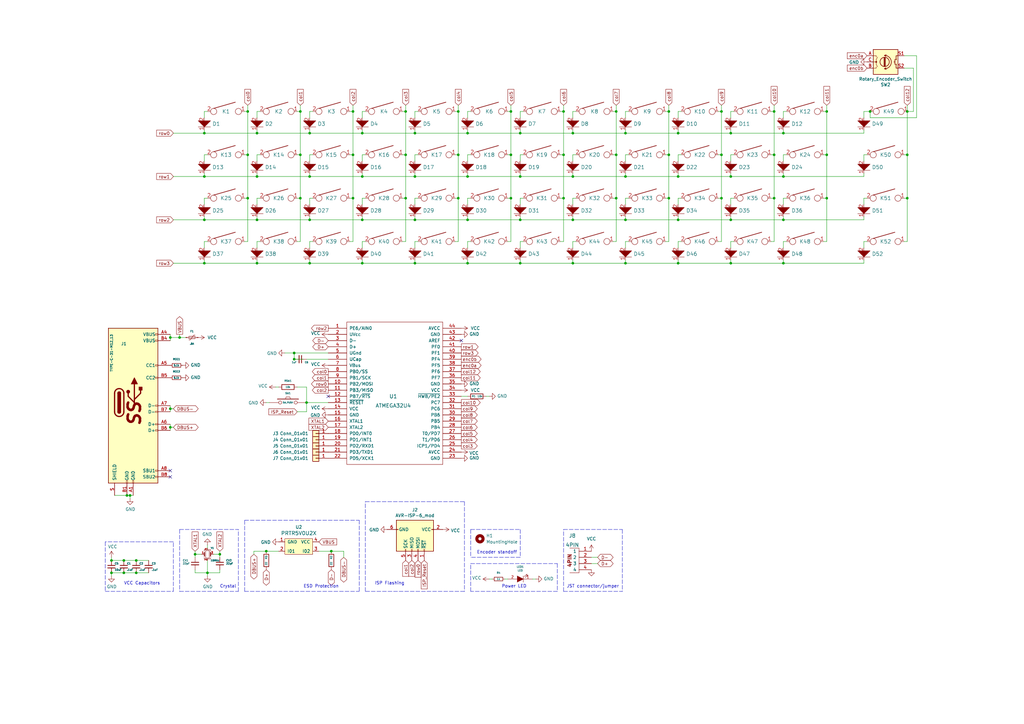
<source format=kicad_sch>
(kicad_sch (version 20211123) (generator eeschema)
  (paper "A3")
  (junction (at 187.96 81.28))
  (junction (at 170.18 90.17))
  (junction (at 191.77 107.95))
  (junction (at 101.6 45.72))
  (junction (at 73.66 138.43))
  (junction (at 231.14 81.28))
  (junction (at 299.72 90.17))
  (junction (at 123.19 45.72))
  (junction (at 209.55 81.28))
  (junction (at 105.41 54.61))
  (junction (at 213.36 107.95))
  (junction (at 101.6 81.28))
  (junction (at 123.19 63.5))
  (junction (at 278.13 72.39))
  (junction (at 274.32 45.72))
  (junction (at 127 54.61))
  (junction (at 148.59 107.95))
  (junction (at 317.5 81.28))
  (junction (at 339.09 63.5))
  (junction (at 166.37 63.5))
  (junction (at 53.34 203.2))
  (junction (at 83.82 72.39))
  (junction (at 256.54 90.17))
  (junction (at 252.73 63.5))
  (junction (at 50.8 229.87))
  (junction (at 372.11 63.5))
  (junction (at 105.41 107.95))
  (junction (at 166.37 45.72))
  (junction (at 321.31 72.39))
  (junction (at 213.36 90.17))
  (junction (at 105.41 72.39))
  (junction (at 101.6 63.5))
  (junction (at 135.89 226.06))
  (junction (at 339.09 45.72))
  (junction (at 321.31 54.61))
  (junction (at 278.13 90.17))
  (junction (at 252.73 81.28))
  (junction (at 295.91 63.5))
  (junction (at 83.82 90.17))
  (junction (at 170.18 54.61))
  (junction (at 55.88 234.95))
  (junction (at 80.01 227.33))
  (junction (at 144.78 81.28))
  (junction (at 120.65 144.78))
  (junction (at 231.14 45.72))
  (junction (at 234.95 90.17))
  (junction (at 295.91 45.72))
  (junction (at 83.82 54.61))
  (junction (at 52.07 203.2))
  (junction (at 123.19 81.28))
  (junction (at 372.11 81.28))
  (junction (at 321.31 107.95))
  (junction (at 125.73 165.1))
  (junction (at 339.09 81.28))
  (junction (at 127 72.39))
  (junction (at 274.32 81.28))
  (junction (at 252.73 45.72))
  (junction (at 317.5 45.72))
  (junction (at 256.54 54.61))
  (junction (at 274.32 63.5))
  (junction (at 356.87 45.72))
  (junction (at 170.18 72.39))
  (junction (at 191.77 90.17))
  (junction (at 144.78 63.5))
  (junction (at 234.95 107.95))
  (junction (at 69.85 167.64))
  (junction (at 278.13 54.61))
  (junction (at 148.59 72.39))
  (junction (at 109.22 226.06))
  (junction (at 55.88 229.87))
  (junction (at 90.17 227.33))
  (junction (at 278.13 107.95))
  (junction (at 45.72 229.87))
  (junction (at 85.09 234.95))
  (junction (at 50.8 234.95))
  (junction (at 105.41 90.17))
  (junction (at 317.5 63.5))
  (junction (at 299.72 72.39))
  (junction (at 295.91 81.28))
  (junction (at 231.14 63.5))
  (junction (at 83.82 107.95))
  (junction (at 170.18 107.95))
  (junction (at 299.72 54.61))
  (junction (at 209.55 63.5))
  (junction (at 127 90.17))
  (junction (at 144.78 45.72))
  (junction (at 299.72 107.95))
  (junction (at 166.37 81.28))
  (junction (at 187.96 63.5))
  (junction (at 256.54 107.95))
  (junction (at 45.72 234.95))
  (junction (at 187.96 45.72))
  (junction (at 69.85 138.43))
  (junction (at 120.65 147.32))
  (junction (at 209.55 45.72))
  (junction (at 191.77 54.61))
  (junction (at 191.77 72.39))
  (junction (at 127 107.95))
  (junction (at 213.36 72.39))
  (junction (at 69.85 175.26))
  (junction (at 321.31 90.17))
  (junction (at 234.95 54.61))
  (junction (at 234.95 72.39))
  (junction (at 213.36 54.61))
  (junction (at 256.54 72.39))
  (junction (at 148.59 90.17))
  (junction (at 148.59 54.61))
  (junction (at 372.11 45.72))
  (no_connect (at 189.23 139.7))
  (no_connect (at 69.85 193.04))
  (no_connect (at 134.62 162.56))
  (no_connect (at 69.85 195.58))
  (wire (pts (xy 209.55 63.5) (xy 209.55 81.28)))
  (polyline (pts (xy 100.33 242.57) (xy 100.33 213.36)))
  (wire (pts (xy 106.68 45.72) (xy 105.41 45.72)))
  (wire (pts (xy 110.49 165.1) (xy 109.22 165.1)))
  (wire (pts (xy 295.91 81.28) (xy 295.91 99.06)))
  (wire (pts (xy 69.85 138.43) (xy 69.85 139.7)))
  (wire (pts (xy 187.96 63.5) (xy 186.69 63.5)))
  (wire (pts (xy 128.27 45.72) (xy 127 45.72)))
  (wire (pts (xy 85.09 45.72) (xy 83.82 45.72)))
  (wire (pts (xy 234.95 88.9) (xy 234.95 90.17)))
  (wire (pts (xy 274.32 45.72) (xy 274.32 63.5)))
  (wire (pts (xy 170.18 107.95) (xy 191.77 107.95)))
  (wire (pts (xy 127 90.17) (xy 148.59 90.17)))
  (wire (pts (xy 170.18 71.12) (xy 170.18 72.39)))
  (polyline (pts (xy 73.66 242.57) (xy 97.79 242.57)))
  (wire (pts (xy 231.14 63.5) (xy 231.14 81.28)))
  (wire (pts (xy 299.72 54.61) (xy 321.31 54.61)))
  (wire (pts (xy 140.97 226.06) (xy 140.97 228.6)))
  (wire (pts (xy 256.54 88.9) (xy 256.54 90.17)))
  (wire (pts (xy 105.41 106.68) (xy 105.41 107.95)))
  (wire (pts (xy 127 107.95) (xy 148.59 107.95)))
  (wire (pts (xy 278.13 99.06) (xy 278.13 101.6)))
  (wire (pts (xy 256.54 99.06) (xy 256.54 101.6)))
  (wire (pts (xy 300.99 45.72) (xy 299.72 45.72)))
  (wire (pts (xy 73.66 138.43) (xy 76.2 138.43)))
  (wire (pts (xy 127 99.06) (xy 127 101.6)))
  (wire (pts (xy 191.77 54.61) (xy 213.36 54.61)))
  (wire (pts (xy 71.12 54.61) (xy 83.82 54.61)))
  (wire (pts (xy 339.09 43.18) (xy 339.09 45.72)))
  (wire (pts (xy 83.82 99.06) (xy 83.82 101.6)))
  (wire (pts (xy 209.55 81.28) (xy 209.55 99.06)))
  (wire (pts (xy 356.87 45.72) (xy 356.87 48.26)))
  (wire (pts (xy 127 81.28) (xy 127 83.82)))
  (wire (pts (xy 317.5 99.06) (xy 316.23 99.06)))
  (wire (pts (xy 53.34 203.2) (xy 53.34 204.47)))
  (wire (pts (xy 166.37 63.5) (xy 166.37 81.28)))
  (wire (pts (xy 149.86 63.5) (xy 148.59 63.5)))
  (wire (pts (xy 171.45 45.72) (xy 170.18 45.72)))
  (wire (pts (xy 45.72 234.95) (xy 45.72 236.22)))
  (wire (pts (xy 127 88.9) (xy 127 90.17)))
  (wire (pts (xy 252.73 63.5) (xy 252.73 81.28)))
  (wire (pts (xy 294.64 81.28) (xy 295.91 81.28)))
  (wire (pts (xy 109.22 226.06) (xy 104.14 226.06)))
  (wire (pts (xy 251.46 81.28) (xy 252.73 81.28)))
  (wire (pts (xy 218.44 237.49) (xy 219.71 237.49)))
  (polyline (pts (xy 231.14 217.17) (xy 255.27 217.17)))
  (polyline (pts (xy 43.18 242.57) (xy 71.12 242.57)))
  (wire (pts (xy 125.73 165.1) (xy 125.73 168.91)))
  (wire (pts (xy 116.84 144.78) (xy 120.65 144.78)))
  (wire (pts (xy 299.72 106.68) (xy 299.72 107.95)))
  (wire (pts (xy 106.68 63.5) (xy 105.41 63.5)))
  (wire (pts (xy 274.32 63.5) (xy 274.32 81.28)))
  (wire (pts (xy 214.63 99.06) (xy 213.36 99.06)))
  (wire (pts (xy 209.55 99.06) (xy 208.28 99.06)))
  (wire (pts (xy 83.82 45.72) (xy 83.82 48.26)))
  (wire (pts (xy 257.81 63.5) (xy 256.54 63.5)))
  (wire (pts (xy 130.81 226.06) (xy 135.89 226.06)))
  (wire (pts (xy 295.91 43.18) (xy 295.91 45.72)))
  (wire (pts (xy 339.09 45.72) (xy 339.09 63.5)))
  (wire (pts (xy 214.63 63.5) (xy 213.36 63.5)))
  (wire (pts (xy 299.72 90.17) (xy 321.31 90.17)))
  (polyline (pts (xy 231.14 242.57) (xy 255.27 242.57)))
  (wire (pts (xy 144.78 63.5) (xy 143.51 63.5)))
  (wire (pts (xy 321.31 81.28) (xy 321.31 83.82)))
  (wire (pts (xy 121.92 45.72) (xy 123.19 45.72)))
  (wire (pts (xy 242.57 228.6) (xy 245.11 228.6)))
  (wire (pts (xy 193.04 99.06) (xy 191.77 99.06)))
  (wire (pts (xy 125.73 158.75) (xy 125.73 165.1)))
  (wire (pts (xy 104.14 226.06) (xy 104.14 227.33)))
  (wire (pts (xy 234.95 72.39) (xy 256.54 72.39)))
  (wire (pts (xy 144.78 45.72) (xy 144.78 63.5)))
  (wire (pts (xy 355.6 63.5) (xy 354.33 63.5)))
  (wire (pts (xy 354.33 45.72) (xy 354.33 48.26)))
  (wire (pts (xy 354.33 45.72) (xy 356.87 45.72)))
  (wire (pts (xy 85.09 234.95) (xy 90.17 234.95)))
  (wire (pts (xy 105.41 72.39) (xy 127 72.39)))
  (polyline (pts (xy 228.6 242.57) (xy 193.04 242.57)))
  (wire (pts (xy 85.09 99.06) (xy 83.82 99.06)))
  (wire (pts (xy 300.99 81.28) (xy 299.72 81.28)))
  (wire (pts (xy 374.65 45.72) (xy 372.11 45.72)))
  (wire (pts (xy 234.95 45.72) (xy 234.95 48.26)))
  (wire (pts (xy 120.65 147.32) (xy 124.46 147.32)))
  (wire (pts (xy 170.18 90.17) (xy 191.77 90.17)))
  (polyline (pts (xy 73.66 217.17) (xy 73.66 242.57)))
  (wire (pts (xy 354.33 90.17) (xy 354.33 88.9)))
  (wire (pts (xy 295.91 45.72) (xy 295.91 63.5)))
  (wire (pts (xy 85.09 229.87) (xy 85.09 234.95)))
  (wire (pts (xy 372.11 43.18) (xy 372.11 45.72)))
  (wire (pts (xy 69.85 167.64) (xy 69.85 168.91)))
  (polyline (pts (xy 190.5 242.57) (xy 149.86 242.57)))
  (wire (pts (xy 106.68 99.06) (xy 105.41 99.06)))
  (wire (pts (xy 299.72 99.06) (xy 299.72 101.6)))
  (wire (pts (xy 370.84 22.86) (xy 375.92 22.86)))
  (wire (pts (xy 354.33 63.5) (xy 354.33 66.04)))
  (wire (pts (xy 231.14 43.18) (xy 231.14 45.72)))
  (wire (pts (xy 354.33 107.95) (xy 354.33 106.68)))
  (wire (pts (xy 123.19 81.28) (xy 123.19 99.06)))
  (wire (pts (xy 106.68 81.28) (xy 105.41 81.28)))
  (wire (pts (xy 85.09 234.95) (xy 85.09 236.22)))
  (wire (pts (xy 120.65 147.32) (xy 120.65 144.78)))
  (wire (pts (xy 213.36 71.12) (xy 213.36 72.39)))
  (wire (pts (xy 236.22 99.06) (xy 234.95 99.06)))
  (wire (pts (xy 375.92 22.86) (xy 375.92 48.26)))
  (wire (pts (xy 256.54 54.61) (xy 278.13 54.61)))
  (wire (pts (xy 322.58 63.5) (xy 321.31 63.5)))
  (wire (pts (xy 170.18 72.39) (xy 191.77 72.39)))
  (wire (pts (xy 148.59 90.17) (xy 170.18 90.17)))
  (wire (pts (xy 71.12 175.26) (xy 69.85 175.26)))
  (wire (pts (xy 321.31 63.5) (xy 321.31 66.04)))
  (wire (pts (xy 256.54 63.5) (xy 256.54 66.04)))
  (wire (pts (xy 127 54.61) (xy 148.59 54.61)))
  (wire (pts (xy 339.09 99.06) (xy 337.82 99.06)))
  (wire (pts (xy 321.31 90.17) (xy 321.31 88.9)))
  (wire (pts (xy 83.82 54.61) (xy 105.41 54.61)))
  (wire (pts (xy 299.72 53.34) (xy 299.72 54.61)))
  (wire (pts (xy 372.11 63.5) (xy 372.11 81.28)))
  (wire (pts (xy 50.8 234.95) (xy 45.72 234.95)))
  (wire (pts (xy 187.96 63.5) (xy 187.96 81.28)))
  (wire (pts (xy 105.41 63.5) (xy 105.41 66.04)))
  (wire (pts (xy 149.86 99.06) (xy 148.59 99.06)))
  (wire (pts (xy 321.31 72.39) (xy 321.31 71.12)))
  (wire (pts (xy 144.78 63.5) (xy 144.78 81.28)))
  (wire (pts (xy 83.82 53.34) (xy 83.82 54.61)))
  (wire (pts (xy 354.33 99.06) (xy 354.33 101.6)))
  (wire (pts (xy 191.77 53.34) (xy 191.77 54.61)))
  (wire (pts (xy 101.6 43.18) (xy 101.6 45.72)))
  (wire (pts (xy 100.33 45.72) (xy 101.6 45.72)))
  (polyline (pts (xy 149.86 242.57) (xy 149.86 205.74)))
  (wire (pts (xy 339.09 81.28) (xy 339.09 99.06)))
  (wire (pts (xy 170.18 63.5) (xy 170.18 66.04)))
  (wire (pts (xy 125.73 168.91) (xy 121.92 168.91)))
  (wire (pts (xy 165.1 81.28) (xy 166.37 81.28)))
  (wire (pts (xy 193.04 63.5) (xy 191.77 63.5)))
  (wire (pts (xy 123.19 63.5) (xy 123.19 81.28)))
  (wire (pts (xy 209.55 45.72) (xy 209.55 63.5)))
  (wire (pts (xy 370.84 81.28) (xy 372.11 81.28)))
  (wire (pts (xy 52.07 203.2) (xy 53.34 203.2)))
  (wire (pts (xy 300.99 63.5) (xy 299.72 63.5)))
  (wire (pts (xy 166.37 45.72) (xy 166.37 63.5)))
  (wire (pts (xy 114.3 226.06) (xy 109.22 226.06)))
  (wire (pts (xy 278.13 71.12) (xy 278.13 72.39)))
  (wire (pts (xy 45.72 228.6) (xy 45.72 229.87)))
  (wire (pts (xy 274.32 63.5) (xy 273.05 63.5)))
  (wire (pts (xy 166.37 43.18) (xy 166.37 45.72)))
  (wire (pts (xy 50.8 229.87) (xy 45.72 229.87)))
  (wire (pts (xy 355.6 81.28) (xy 354.33 81.28)))
  (wire (pts (xy 127 106.68) (xy 127 107.95)))
  (wire (pts (xy 214.63 81.28) (xy 213.36 81.28)))
  (wire (pts (xy 121.92 158.75) (xy 125.73 158.75)))
  (wire (pts (xy 294.64 45.72) (xy 295.91 45.72)))
  (wire (pts (xy 100.33 81.28) (xy 101.6 81.28)))
  (wire (pts (xy 60.96 229.87) (xy 55.88 229.87)))
  (wire (pts (xy 120.65 144.78) (xy 134.62 144.78)))
  (wire (pts (xy 234.95 99.06) (xy 234.95 101.6)))
  (wire (pts (xy 295.91 63.5) (xy 294.64 63.5)))
  (wire (pts (xy 69.85 137.16) (xy 69.85 138.43)))
  (wire (pts (xy 71.12 167.64) (xy 69.85 167.64)))
  (polyline (pts (xy 190.5 205.74) (xy 190.5 242.57)))
  (wire (pts (xy 191.77 106.68) (xy 191.77 107.95)))
  (wire (pts (xy 189.23 162.56) (xy 191.77 162.56)))
  (wire (pts (xy 257.81 45.72) (xy 256.54 45.72)))
  (wire (pts (xy 256.54 45.72) (xy 256.54 48.26)))
  (wire (pts (xy 83.82 107.95) (xy 71.12 107.95)))
  (wire (pts (xy 299.72 71.12) (xy 299.72 72.39)))
  (wire (pts (xy 170.18 45.72) (xy 170.18 48.26)))
  (wire (pts (xy 128.27 63.5) (xy 127 63.5)))
  (wire (pts (xy 83.82 106.68) (xy 83.82 107.95)))
  (wire (pts (xy 148.59 72.39) (xy 170.18 72.39)))
  (wire (pts (xy 256.54 90.17) (xy 278.13 90.17)))
  (wire (pts (xy 295.91 63.5) (xy 295.91 81.28)))
  (wire (pts (xy 90.17 227.33) (xy 90.17 226.06)))
  (wire (pts (xy 83.82 72.39) (xy 105.41 72.39)))
  (wire (pts (xy 200.66 237.49) (xy 201.93 237.49)))
  (wire (pts (xy 234.95 81.28) (xy 234.95 83.82)))
  (wire (pts (xy 85.09 223.52) (xy 85.09 224.79)))
  (wire (pts (xy 354.33 54.61) (xy 354.33 53.34)))
  (wire (pts (xy 213.36 88.9) (xy 213.36 90.17)))
  (wire (pts (xy 299.72 45.72) (xy 299.72 48.26)))
  (wire (pts (xy 83.82 107.95) (xy 105.41 107.95)))
  (wire (pts (xy 83.82 88.9) (xy 83.82 90.17)))
  (wire (pts (xy 148.59 45.72) (xy 148.59 48.26)))
  (polyline (pts (xy 255.27 217.17) (xy 255.27 242.57)))
  (wire (pts (xy 257.81 81.28) (xy 256.54 81.28)))
  (wire (pts (xy 171.45 81.28) (xy 170.18 81.28)))
  (wire (pts (xy 191.77 45.72) (xy 191.77 48.26)))
  (wire (pts (xy 80.01 233.68) (xy 80.01 234.95)))
  (polyline (pts (xy 147.32 213.36) (xy 147.32 242.57)))
  (wire (pts (xy 148.59 106.68) (xy 148.59 107.95)))
  (wire (pts (xy 105.41 71.12) (xy 105.41 72.39)))
  (wire (pts (xy 322.58 81.28) (xy 321.31 81.28)))
  (wire (pts (xy 209.55 63.5) (xy 208.28 63.5)))
  (wire (pts (xy 317.5 81.28) (xy 317.5 99.06)))
  (wire (pts (xy 274.32 43.18) (xy 274.32 45.72)))
  (wire (pts (xy 213.36 90.17) (xy 234.95 90.17)))
  (polyline (pts (xy 193.04 217.17) (xy 213.36 217.17)))
  (wire (pts (xy 256.54 71.12) (xy 256.54 72.39)))
  (wire (pts (xy 144.78 99.06) (xy 143.51 99.06)))
  (wire (pts (xy 213.36 45.72) (xy 213.36 48.26)))
  (wire (pts (xy 191.77 81.28) (xy 191.77 83.82)))
  (wire (pts (xy 187.96 99.06) (xy 186.69 99.06)))
  (wire (pts (xy 256.54 81.28) (xy 256.54 83.82)))
  (wire (pts (xy 322.58 99.06) (xy 321.31 99.06)))
  (wire (pts (xy 208.28 81.28) (xy 209.55 81.28)))
  (wire (pts (xy 80.01 227.33) (xy 80.01 228.6)))
  (wire (pts (xy 252.73 81.28) (xy 252.73 99.06)))
  (wire (pts (xy 229.87 81.28) (xy 231.14 81.28)))
  (polyline (pts (xy 193.04 217.17) (xy 193.04 228.6)))
  (wire (pts (xy 125.73 147.32) (xy 134.62 147.32)))
  (wire (pts (xy 191.77 63.5) (xy 191.77 66.04)))
  (wire (pts (xy 69.85 138.43) (xy 73.66 138.43)))
  (wire (pts (xy 127 72.39) (xy 148.59 72.39)))
  (wire (pts (xy 234.95 90.17) (xy 256.54 90.17)))
  (wire (pts (xy 149.86 81.28) (xy 148.59 81.28)))
  (wire (pts (xy 316.23 45.72) (xy 317.5 45.72)))
  (wire (pts (xy 213.36 53.34) (xy 213.36 54.61)))
  (wire (pts (xy 355.6 99.06) (xy 354.33 99.06)))
  (wire (pts (xy 234.95 53.34) (xy 234.95 54.61)))
  (wire (pts (xy 337.82 45.72) (xy 339.09 45.72)))
  (wire (pts (xy 46.99 203.2) (xy 52.07 203.2)))
  (wire (pts (xy 213.36 99.06) (xy 213.36 101.6)))
  (wire (pts (xy 123.19 43.18) (xy 123.19 45.72)))
  (wire (pts (xy 166.37 81.28) (xy 166.37 99.06)))
  (wire (pts (xy 354.33 72.39) (xy 354.33 71.12)))
  (wire (pts (xy 279.4 63.5) (xy 278.13 63.5)))
  (wire (pts (xy 321.31 90.17) (xy 354.33 90.17)))
  (polyline (pts (xy 193.04 242.57) (xy 193.04 231.14)))
  (wire (pts (xy 128.27 99.06) (xy 127 99.06)))
  (wire (pts (xy 101.6 63.5) (xy 101.6 81.28)))
  (wire (pts (xy 143.51 45.72) (xy 144.78 45.72)))
  (wire (pts (xy 170.18 88.9) (xy 170.18 90.17)))
  (wire (pts (xy 273.05 81.28) (xy 274.32 81.28)))
  (wire (pts (xy 170.18 54.61) (xy 191.77 54.61)))
  (wire (pts (xy 372.11 45.72) (xy 372.11 63.5)))
  (wire (pts (xy 252.73 43.18) (xy 252.73 45.72)))
  (wire (pts (xy 256.54 53.34) (xy 256.54 54.61)))
  (wire (pts (xy 85.09 81.28) (xy 83.82 81.28)))
  (wire (pts (xy 278.13 88.9) (xy 278.13 90.17)))
  (wire (pts (xy 231.14 81.28) (xy 231.14 99.06)))
  (wire (pts (xy 278.13 53.34) (xy 278.13 54.61)))
  (wire (pts (xy 299.72 107.95) (xy 321.31 107.95)))
  (wire (pts (xy 299.72 72.39) (xy 321.31 72.39)))
  (wire (pts (xy 85.09 63.5) (xy 83.82 63.5)))
  (wire (pts (xy 213.36 54.61) (xy 234.95 54.61)))
  (wire (pts (xy 55.88 229.87) (xy 50.8 229.87)))
  (wire (pts (xy 191.77 99.06) (xy 191.77 101.6)))
  (wire (pts (xy 213.36 106.68) (xy 213.36 107.95)))
  (wire (pts (xy 209.55 43.18) (xy 209.55 45.72)))
  (wire (pts (xy 105.41 99.06) (xy 105.41 101.6)))
  (wire (pts (xy 213.36 81.28) (xy 213.36 83.82)))
  (wire (pts (xy 317.5 63.5) (xy 316.23 63.5)))
  (wire (pts (xy 127 63.5) (xy 127 66.04)))
  (wire (pts (xy 295.91 99.06) (xy 294.64 99.06)))
  (wire (pts (xy 191.77 88.9) (xy 191.77 90.17)))
  (wire (pts (xy 256.54 107.95) (xy 278.13 107.95)))
  (wire (pts (xy 321.31 45.72) (xy 321.31 48.26)))
  (polyline (pts (xy 213.36 217.17) (xy 213.36 228.6)))
  (wire (pts (xy 83.82 72.39) (xy 71.12 72.39)))
  (polyline (pts (xy 43.18 222.25) (xy 43.18 242.57)))
  (wire (pts (xy 278.13 63.5) (xy 278.13 66.04)))
  (wire (pts (xy 127 53.34) (xy 127 54.61)))
  (wire (pts (xy 90.17 234.95) (xy 90.17 233.68)))
  (wire (pts (xy 337.82 81.28) (xy 339.09 81.28)))
  (wire (pts (xy 105.41 54.61) (xy 127 54.61)))
  (wire (pts (xy 321.31 54.61) (xy 321.31 53.34)))
  (wire (pts (xy 278.13 107.95) (xy 299.72 107.95)))
  (wire (pts (xy 105.41 88.9) (xy 105.41 90.17)))
  (wire (pts (xy 171.45 99.06) (xy 170.18 99.06)))
  (wire (pts (xy 317.5 63.5) (xy 317.5 81.28)))
  (wire (pts (xy 186.69 45.72) (xy 187.96 45.72)))
  (wire (pts (xy 69.85 175.26) (xy 69.85 176.53)))
  (wire (pts (xy 231.14 63.5) (xy 229.87 63.5)))
  (wire (pts (xy 234.95 107.95) (xy 256.54 107.95)))
  (wire (pts (xy 134.62 165.1) (xy 125.73 165.1)))
  (polyline (pts (xy 100.33 213.36) (xy 147.32 213.36)))
  (wire (pts (xy 252.73 63.5) (xy 251.46 63.5)))
  (wire (pts (xy 90.17 227.33) (xy 90.17 228.6)))
  (wire (pts (xy 236.22 81.28) (xy 234.95 81.28)))
  (wire (pts (xy 105.41 81.28) (xy 105.41 83.82)))
  (wire (pts (xy 321.31 99.06) (xy 321.31 101.6)))
  (wire (pts (xy 114.3 158.75) (xy 113.03 158.75)))
  (wire (pts (xy 231.14 45.72) (xy 231.14 63.5)))
  (wire (pts (xy 278.13 81.28) (xy 278.13 83.82)))
  (wire (pts (xy 123.19 63.5) (xy 121.92 63.5)))
  (wire (pts (xy 300.99 99.06) (xy 299.72 99.06)))
  (wire (pts (xy 213.36 107.95) (xy 234.95 107.95)))
  (wire (pts (xy 82.55 227.33) (xy 80.01 227.33)))
  (wire (pts (xy 144.78 81.28) (xy 144.78 99.06)))
  (wire (pts (xy 191.77 72.39) (xy 213.36 72.39)))
  (wire (pts (xy 279.4 45.72) (xy 278.13 45.72)))
  (wire (pts (xy 199.39 162.56) (xy 200.66 162.56)))
  (wire (pts (xy 55.88 234.95) (xy 50.8 234.95)))
  (wire (pts (xy 170.18 99.06) (xy 170.18 101.6)))
  (wire (pts (xy 252.73 99.06) (xy 251.46 99.06)))
  (wire (pts (xy 123.19 45.72) (xy 123.19 63.5)))
  (wire (pts (xy 148.59 54.61) (xy 170.18 54.61)))
  (wire (pts (xy 171.45 63.5) (xy 170.18 63.5)))
  (wire (pts (xy 251.46 45.72) (xy 252.73 45.72)))
  (wire (pts (xy 105.41 53.34) (xy 105.41 54.61)))
  (wire (pts (xy 135.89 226.06) (xy 140.97 226.06)))
  (wire (pts (xy 60.96 234.95) (xy 55.88 234.95)))
  (polyline (pts (xy 100.33 242.57) (xy 147.32 242.57)))
  (polyline (pts (xy 213.36 228.6) (xy 193.04 228.6)))
  (wire (pts (xy 128.27 81.28) (xy 127 81.28)))
  (wire (pts (xy 213.36 63.5) (xy 213.36 66.04)))
  (wire (pts (xy 144.78 43.18) (xy 144.78 45.72)))
  (wire (pts (xy 278.13 54.61) (xy 299.72 54.61)))
  (wire (pts (xy 252.73 45.72) (xy 252.73 63.5)))
  (wire (pts (xy 166.37 99.06) (xy 165.1 99.06)))
  (wire (pts (xy 317.5 45.72) (xy 317.5 63.5)))
  (wire (pts (xy 53.34 203.2) (xy 54.61 203.2)))
  (wire (pts (xy 234.95 71.12) (xy 234.95 72.39)))
  (wire (pts (xy 316.23 81.28) (xy 317.5 81.28)))
  (wire (pts (xy 148.59 71.12) (xy 148.59 72.39)))
  (wire (pts (xy 231.14 99.06) (xy 229.87 99.06)))
  (wire (pts (xy 148.59 53.34) (xy 148.59 54.61)))
  (wire (pts (xy 356.87 48.26) (xy 375.92 48.26)))
  (wire (pts (xy 105.41 45.72) (xy 105.41 48.26)))
  (wire (pts (xy 236.22 63.5) (xy 234.95 63.5)))
  (wire (pts (xy 207.01 237.49) (xy 208.28 237.49)))
  (wire (pts (xy 372.11 63.5) (xy 370.84 63.5)))
  (polyline (pts (xy 149.86 205.74) (xy 190.5 205.74)))
  (wire (pts (xy 170.18 53.34) (xy 170.18 54.61)))
  (wire (pts (xy 166.37 63.5) (xy 165.1 63.5)))
  (wire (pts (xy 214.63 45.72) (xy 213.36 45.72)))
  (wire (pts (xy 213.36 72.39) (xy 234.95 72.39)))
  (wire (pts (xy 83.82 63.5) (xy 83.82 66.04)))
  (wire (pts (xy 256.54 72.39) (xy 278.13 72.39)))
  (wire (pts (xy 374.65 27.94) (xy 374.65 45.72)))
  (wire (pts (xy 148.59 63.5) (xy 148.59 66.04)))
  (wire (pts (xy 273.05 45.72) (xy 274.32 45.72)))
  (wire (pts (xy 321.31 107.95) (xy 354.33 107.95)))
  (wire (pts (xy 148.59 107.95) (xy 170.18 107.95)))
  (wire (pts (xy 236.22 45.72) (xy 234.95 45.72)))
  (wire (pts (xy 87.63 227.33) (xy 90.17 227.33)))
  (polyline (pts (xy 73.66 217.17) (xy 97.79 217.17)))
  (wire (pts (xy 187.96 43.18) (xy 187.96 45.72)))
  (wire (pts (xy 187.96 81.28) (xy 187.96 99.06)))
  (wire (pts (xy 105.41 107.95) (xy 127 107.95)))
  (wire (pts (xy 143.51 81.28) (xy 144.78 81.28)))
  (wire (pts (xy 279.4 81.28) (xy 278.13 81.28)))
  (wire (pts (xy 127 45.72) (xy 127 48.26)))
  (wire (pts (xy 234.95 63.5) (xy 234.95 66.04)))
  (wire (pts (xy 278.13 106.68) (xy 278.13 107.95)))
  (wire (pts (xy 80.01 227.33) (xy 80.01 226.06)))
  (wire (pts (xy 80.01 234.95) (xy 85.09 234.95)))
  (wire (pts (xy 83.82 90.17) (xy 105.41 90.17)))
  (wire (pts (xy 83.82 90.17) (xy 71.12 90.17)))
  (wire (pts (xy 69.85 166.37) (xy 69.85 167.64)))
  (wire (pts (xy 127 71.12) (xy 127 72.39)))
  (polyline (pts (xy 71.12 222.25) (xy 43.18 222.25)))
  (wire (pts (xy 193.04 45.72) (xy 191.77 45.72)))
  (wire (pts (xy 229.87 45.72) (xy 231.14 45.72)))
  (wire (pts (xy 148.59 88.9) (xy 148.59 90.17)))
  (wire (pts (xy 148.59 81.28) (xy 148.59 83.82)))
  (wire (pts (xy 101.6 99.06) (xy 100.33 99.06)))
  (wire (pts (xy 149.86 45.72) (xy 148.59 45.72)))
  (wire (pts (xy 187.96 45.72) (xy 187.96 63.5)))
  (wire (pts (xy 278.13 72.39) (xy 299.72 72.39)))
  (wire (pts (xy 101.6 81.28) (xy 101.6 99.06)))
  (wire (pts (xy 165.1 45.72) (xy 166.37 45.72)))
  (wire (pts (xy 321.31 107.95) (xy 321.31 106.68)))
  (wire (pts (xy 274.32 81.28) (xy 274.32 99.06)))
  (wire (pts (xy 322.58 45.72) (xy 321.31 45.72)))
  (wire (pts (xy 234.95 106.68) (xy 234.95 107.95)))
  (wire (pts (xy 208.28 45.72) (xy 209.55 45.72)))
  (wire (pts (xy 256.54 106.68) (xy 256.54 107.95)))
  (wire (pts (xy 170.18 106.68) (xy 170.18 107.95)))
  (wire (pts (xy 321.31 72.39) (xy 354.33 72.39)))
  (wire (pts (xy 186.69 81.28) (xy 187.96 81.28)))
  (wire (pts (xy 83.82 71.12) (xy 83.82 72.39)))
  (wire (pts (xy 372.11 99.06) (xy 370.84 99.06)))
  (wire (pts (xy 299.72 63.5) (xy 299.72 66.04)))
  (wire (pts (xy 278.13 90.17) (xy 299.72 90.17)))
  (wire (pts (xy 339.09 63.5) (xy 337.82 63.5)))
  (wire (pts (xy 257.81 99.06) (xy 256.54 99.06)))
  (wire (pts (xy 370.84 27.94) (xy 374.65 27.94)))
  (polyline (pts (xy 231.14 242.57) (xy 231.14 217.17)))
  (polyline (pts (xy 193.04 231.14) (xy 228.6 231.14)))
  (wire (pts (xy 148.59 99.06) (xy 148.59 101.6)))
  (wire (pts (xy 170.18 81.28) (xy 170.18 83.82)))
  (wire (pts (xy 191.77 90.17) (xy 213.36 90.17)))
  (wire (pts (xy 274.32 99.06) (xy 273.05 99.06)))
  (wire (pts (xy 73.66 137.16) (xy 73.66 138.43)))
  (wire (pts (xy 279.4 99.06) (xy 278.13 99.06)))
  (wire (pts (xy 299.72 81.28) (xy 299.72 83.82)))
  (wire (pts (xy 105.41 90.17) (xy 127 90.17)))
  (wire (pts (xy 193.04 81.28) (xy 191.77 81.28)))
  (wire (pts (xy 101.6 45.72) (xy 101.6 63.5)))
  (wire (pts (xy 121.92 81.28) (xy 123.19 81.28)))
  (wire (pts (xy 191.77 107.95) (xy 213.36 107.95)))
  (wire (pts (xy 339.09 63.5) (xy 339.09 81.28)))
  (wire (pts (xy 69.85 173.99) (xy 69.85 175.26)))
  (wire (pts (xy 191.77 71.12) (xy 191.77 72.39)))
  (wire (pts (xy 123.19 99.06) (xy 121.92 99.06)))
  (wire (pts (xy 317.5 43.18) (xy 317.5 45.72)))
  (polyline (pts (xy 97.79 242.57) (xy 97.79 217.17)))
  (wire (pts (xy 278.13 45.72) (xy 278.13 48.26)))
  (wire (pts (xy 242.57 231.14) (xy 245.11 231.14)))
  (wire (pts (xy 372.11 81.28) (xy 372.11 99.06)))
  (wire (pts (xy 83.82 81.28) (xy 83.82 83.82)))
  (wire (pts (xy 354.33 81.28) (xy 354.33 83.82)))
  (wire (pts (xy 299.72 88.9) (xy 299.72 90.17)))
  (polyline (pts (xy 71.12 242.57) (xy 71.12 222.25)))
  (polyline (pts (xy 228.6 231.14) (xy 228.6 242.57)))
  (wire (pts (xy 101.6 63.5) (xy 100.33 63.5)))
  (wire (pts (xy 234.95 54.61) (xy 256.54 54.61)))
  (wire (pts (xy 321.31 54.61) (xy 354.33 54.61)))
  (text "ESD Protection" (at 124.46 241.3 0) (effects (font (size 1.27 1.27)) (justify left bottom)))
  (text "JST connector/jumper" (at 232.41 241.3 0) (effects (font (size 1.27 1.27)) (justify left bottom)))
  (text "Crystal" (at 90.17 241.3 0) (effects (font (size 1.27 1.27)) (justify left bottom)))
  (text "Power LED" (at 205.74 241.3 0) (effects (font (size 1.27 1.27)) (justify left bottom)))
  (text "VCC Capacitors" (at 50.8 240.03 0) (effects (font (size 1.27 1.27)) (justify left bottom)))
  (text "Encoder standoff" (at 195.58 227.33 0) (effects (font (size 1.27 1.27)) (justify left bottom)))
  (text "ISP Flashing" (at 153.67 240.03 0) (effects (font (size 1.27 1.27)) (justify left bottom)))
  (global_label "VBUS" (shape input) (at 130.81 222.25 0) (property "Intersheet References" "${INTERSHEET_REFS}" (effects hide)))
  (global_label "col8" (shape input) (at 274.32 43.18 90) (property "Intersheet References" "${INTERSHEET_REFS}" (effects hide)))
  (global_label "col2" (shape input) (at 168.91 229.87 270) (property "Intersheet References" "${INTERSHEET_REFS}" (effects hide)))
  (global_label "enc0a" (shape output) (at 189.23 149.86 0) (property "Intersheet References" "${INTERSHEET_REFS}" (effects hide)))
  (global_label "col4" (shape input) (at 187.96 43.18 90) (property "Intersheet References" "${INTERSHEET_REFS}" (effects hide)))
  (global_label "col7" (shape output) (at 189.23 172.72 0) (property "Intersheet References" "${INTERSHEET_REFS}" (effects hide)))
  (global_label "row2" (shape input) (at 71.12 90.17 180) (property "Intersheet References" "${INTERSHEET_REFS}" (effects hide)))
  (global_label "col0" (shape output) (at 134.62 152.4 180) (property "Intersheet References" "${INTERSHEET_REFS}" (effects hide)))
  (global_label "col2" (shape input) (at 144.78 43.18 90) (property "Intersheet References" "${INTERSHEET_REFS}" (effects hide)))
  (global_label "XTAL1" (shape input) (at 80.01 226.06 90) (property "Intersheet References" "${INTERSHEET_REFS}" (effects hide)))
  (global_label "D+" (shape bidirectional) (at 134.62 142.24 180) (property "Intersheet References" "${INTERSHEET_REFS}" (effects hide)))
  (global_label "row0" (shape output) (at 134.62 157.48 180) (property "Intersheet References" "${INTERSHEET_REFS}" (effects hide)))
  (global_label "VBUS" (shape output) (at 73.66 137.16 90) (property "Intersheet References" "${INTERSHEET_REFS}" (effects hide)))
  (global_label "col4" (shape output) (at 189.23 180.34 0) (property "Intersheet References" "${INTERSHEET_REFS}" (effects hide)))
  (global_label "row3" (shape input) (at 71.12 107.95 180) (property "Intersheet References" "${INTERSHEET_REFS}" (effects hide)))
  (global_label "col3" (shape input) (at 166.37 43.18 90) (property "Intersheet References" "${INTERSHEET_REFS}" (effects hide)))
  (global_label "D+" (shape bidirectional) (at 109.22 233.68 270) (property "Intersheet References" "${INTERSHEET_REFS}" (effects hide)))
  (global_label "D-" (shape bidirectional) (at 134.62 139.7 180) (property "Intersheet References" "${INTERSHEET_REFS}" (effects hide)))
  (global_label "col12" (shape output) (at 189.23 152.4 0) (property "Intersheet References" "${INTERSHEET_REFS}" (effects hide)))
  (global_label "col7" (shape input) (at 252.73 43.18 90) (property "Intersheet References" "${INTERSHEET_REFS}" (effects hide)))
  (global_label "col5" (shape input) (at 209.55 43.18 90) (property "Intersheet References" "${INTERSHEET_REFS}" (effects hide)))
  (global_label "col9" (shape input) (at 295.91 43.18 90) (property "Intersheet References" "${INTERSHEET_REFS}" (effects hide)))
  (global_label "DBUS-" (shape bidirectional) (at 140.97 228.6 270) (property "Intersheet References" "${INTERSHEET_REFS}" (effects hide)))
  (global_label "enc0b" (shape input) (at 355.6 27.94 180) (property "Intersheet References" "${INTERSHEET_REFS}" (effects hide)))
  (global_label "col2" (shape output) (at 134.62 160.02 180) (property "Intersheet References" "${INTERSHEET_REFS}" (effects hide)))
  (global_label "col6" (shape input) (at 231.14 43.18 90) (property "Intersheet References" "${INTERSHEET_REFS}" (effects hide)))
  (global_label "row1" (shape output) (at 189.23 142.24 0) (property "Intersheet References" "${INTERSHEET_REFS}" (effects hide)))
  (global_label "col9" (shape output) (at 189.23 167.64 0) (property "Intersheet References" "${INTERSHEET_REFS}" (effects hide)))
  (global_label "D-" (shape bidirectional) (at 135.89 233.68 270) (property "Intersheet References" "${INTERSHEET_REFS}" (effects hide)))
  (global_label "enc0a" (shape input) (at 355.6 22.86 180) (property "Intersheet References" "${INTERSHEET_REFS}" (effects hide)))
  (global_label "row0" (shape input) (at 171.45 229.87 270) (property "Intersheet References" "${INTERSHEET_REFS}" (effects hide)))
  (global_label "col10" (shape output) (at 189.23 165.1 0) (property "Intersheet References" "${INTERSHEET_REFS}" (effects hide)))
  (global_label "row2" (shape output) (at 134.62 134.62 180) (property "Intersheet References" "${INTERSHEET_REFS}" (effects hide)))
  (global_label "col8" (shape output) (at 189.23 170.18 0) (property "Intersheet References" "${INTERSHEET_REFS}" (effects hide)))
  (global_label "DBUS+" (shape bidirectional) (at 71.12 175.26 0) (property "Intersheet References" "${INTERSHEET_REFS}" (effects hide)))
  (global_label "ISP_Reset" (shape input) (at 173.99 229.87 270) (property "Intersheet References" "${INTERSHEET_REFS}" (effects hide)))
  (global_label "XTAL2" (shape input) (at 90.17 226.06 90) (property "Intersheet References" "${INTERSHEET_REFS}" (effects hide)))
  (global_label "XTAL1" (shape input) (at 134.62 172.72 180) (property "Intersheet References" "${INTERSHEET_REFS}" (effects hide)))
  (global_label "col1" (shape input) (at 166.37 229.87 270) (property "Intersheet References" "${INTERSHEET_REFS}" (effects hide)))
  (global_label "row0" (shape input) (at 71.12 54.61 180) (property "Intersheet References" "${INTERSHEET_REFS}" (effects hide)))
  (global_label "col11" (shape output) (at 189.23 154.94 0) (property "Intersheet References" "${INTERSHEET_REFS}" (effects hide)))
  (global_label "ISP_Reset" (shape input) (at 121.92 168.91 180) (property "Intersheet References" "${INTERSHEET_REFS}" (effects hide)))
  (global_label "col10" (shape input) (at 317.5 43.18 90) (property "Intersheet References" "${INTERSHEET_REFS}" (effects hide)))
  (global_label "col5" (shape output) (at 189.23 177.8 0) (property "Intersheet References" "${INTERSHEET_REFS}" (effects hide)))
  (global_label "col12" (shape input) (at 372.11 43.18 90) (property "Intersheet References" "${INTERSHEET_REFS}" (effects hide)))
  (global_label "col3" (shape output) (at 189.23 182.88 0) (property "Intersheet References" "${INTERSHEET_REFS}" (effects hide)))
  (global_label "col0" (shape input) (at 101.6 43.18 90) (property "Intersheet References" "${INTERSHEET_REFS}" (effects hide)))
  (global_label "XTAL2" (shape input) (at 134.62 175.26 180) (property "Intersheet References" "${INTERSHEET_REFS}" (effects hide)))
  (global_label "row1" (shape input) (at 71.12 72.39 180) (property "Intersheet References" "${INTERSHEET_REFS}" (effects hide)))
  (global_label "col11" (shape input) (at 339.09 43.18 90) (property "Intersheet References" "${INTERSHEET_REFS}" (effects hide)))
  (global_label "D+" (shape bidirectional) (at 245.11 231.14 0) (property "Intersheet References" "${INTERSHEET_REFS}" (effects hide)))
  (global_label "col6" (shape output) (at 189.23 175.26 0) (property "Intersheet References" "${INTERSHEET_REFS}" (effects hide)))
  (global_label "row3" (shape output) (at 189.23 144.78 0) (property "Intersheet References" "${INTERSHEET_REFS}" (effects hide)))
  (global_label "D-" (shape bidirectional) (at 245.11 228.6 0) (property "Intersheet References" "${INTERSHEET_REFS}" (effects hide)))
  (global_label "col1" (shape output) (at 134.62 154.94 180) (property "Intersheet References" "${INTERSHEET_REFS}" (effects hide)))
  (global_label "DBUS+" (shape bidirectional) (at 104.14 227.33 270) (property "Intersheet References" "${INTERSHEET_REFS}" (effects hide)))
  (global_label "enc0b" (shape output) (at 189.23 147.32 0) (property "Intersheet References" "${INTERSHEET_REFS}" (effects hide)))
  (global_label "DBUS-" (shape bidirectional) (at 71.12 167.64 0) (property "Intersheet References" "${INTERSHEET_REFS}" (effects hide)))
  (global_label "col1" (shape input) (at 123.19 43.18 90) (property "Intersheet References" "${INTERSHEET_REFS}" (effects hide)))
  (symbol (lib_id "pcb-rescue:KEYSW-keyboard_parts-Ori-rescue-lucy-rescue") (at 92.71 45.72 0) (unit 1)
    (property "Reference" "K1" (at 92.71 45.72 0) (effects (font (size 1.524 1.524))))
    (property "Value" "KEYSW" (effects hide))
    (property "Footprint" "MX_Only:MXOnly-1U-Hotswap" (effects hide))
  )
  (symbol (lib_id "pcb-rescue:KEYSW-keyboard_parts-Ori-rescue-lucy-rescue") (at 92.71 63.5 0) (unit 1)
    (property "Reference" "K13" (at 92.71 63.5 0) (effects (font (size 1.524 1.524))))
    (property "Value" "KEYSW" (effects hide))
    (property "Footprint" "MX_Only:MXOnly-1U-Hotswap" (effects hide))
  )
  (symbol (lib_id "pcb-rescue:D-keyboard_parts-Ori-rescue-lucy-rescue") (at 83.82 52.07 180) (unit 1)
    (property "Reference" "D1" (at 87.0712 50.8 0) (effects (font (size 1.524 1.524)) (justify right)))
    (property "Value" "D" (effects hide))
    (property "Footprint" "Keeb_footprints:D_SOD-123_modified" (effects hide))
  )
  (symbol (lib_id "pcb-rescue:D-keyboard_parts-Ori-rescue-lucy-rescue") (at 83.82 69.85 180) (unit 1)
    (property "Reference" "D13" (at 87.0712 68.58 0) (effects (font (size 1.524 1.524)) (justify right)))
    (property "Value" "D" (effects hide))
    (property "Footprint" "Keeb_footprints:D_SOD-123_modified" (effects hide))
  )
  (symbol (lib_id "pcb-rescue:KEYSW-keyboard_parts-Ori-rescue-lucy-rescue") (at 114.3 45.72 0) (unit 1)
    (property "Reference" "K2" (at 114.3 45.72 0) (effects (font (size 1.524 1.524))))
    (property "Value" "KEYSW" (effects hide))
    (property "Footprint" "MX_Only:MXOnly-1U-Hotswap" (effects hide))
  )
  (symbol (lib_id "pcb-rescue:KEYSW-keyboard_parts-Ori-rescue-lucy-rescue") (at 114.3 63.5 0) (unit 1)
    (property "Reference" "K14" (at 114.3 63.5 0) (effects (font (size 1.524 1.524))))
    (property "Value" "KEYSW" (effects hide))
    (property "Footprint" "MX_Only:MXOnly-1U-Hotswap" (effects hide))
  )
  (symbol (lib_id "pcb-rescue:D-keyboard_parts-Ori-rescue-lucy-rescue") (at 105.41 52.07 180) (unit 1)
    (property "Reference" "D2" (at 108.6612 50.8 0) (effects (font (size 1.524 1.524)) (justify right)))
    (property "Value" "D" (effects hide))
    (property "Footprint" "Keeb_footprints:D_SOD-123_modified" (effects hide))
  )
  (symbol (lib_id "pcb-rescue:D-keyboard_parts-Ori-rescue-lucy-rescue") (at 105.41 69.85 180) (unit 1)
    (property "Reference" "D14" (at 108.6612 68.58 0) (effects (font (size 1.524 1.524)) (justify right)))
    (property "Value" "D" (effects hide))
    (property "Footprint" "Keeb_footprints:D_SOD-123_modified" (effects hide))
  )
  (symbol (lib_id "pcb-rescue:KEYSW-keyboard_parts-Ori-rescue-lucy-rescue") (at 135.89 45.72 0) (unit 1)
    (property "Reference" "K3" (at 135.89 45.72 0) (effects (font (size 1.524 1.524))))
    (property "Value" "KEYSW" (effects hide))
    (property "Footprint" "MX_Only:MXOnly-1U-Hotswap" (effects hide))
  )
  (symbol (lib_id "pcb-rescue:KEYSW-keyboard_parts-Ori-rescue-lucy-rescue") (at 135.89 63.5 0) (unit 1)
    (property "Reference" "K15" (at 135.89 63.5 0) (effects (font (size 1.524 1.524))))
    (property "Value" "KEYSW" (effects hide))
    (property "Footprint" "MX_Only:MXOnly-1U-Hotswap" (effects hide))
  )
  (symbol (lib_id "pcb-rescue:D-keyboard_parts-Ori-rescue-lucy-rescue") (at 127 52.07 180) (unit 1)
    (property "Reference" "D3" (at 130.2512 50.8 0) (effects (font (size 1.524 1.524)) (justify right)))
    (property "Value" "D" (effects hide))
    (property "Footprint" "Keeb_footprints:D_SOD-123_modified" (effects hide))
  )
  (symbol (lib_id "pcb-rescue:D-keyboard_parts-Ori-rescue-lucy-rescue") (at 127 69.85 180) (unit 1)
    (property "Reference" "D15" (at 130.2512 68.58 0) (effects (font (size 1.524 1.524)) (justify right)))
    (property "Value" "D" (effects hide))
    (property "Footprint" "Keeb_footprints:D_SOD-123_modified" (effects hide))
  )
  (symbol (lib_id "pcb-rescue:KEYSW-keyboard_parts-Ori-rescue-lucy-rescue") (at 157.48 45.72 0) (unit 1)
    (property "Reference" "K4" (at 157.48 45.72 0) (effects (font (size 1.524 1.524))))
    (property "Value" "KEYSW" (effects hide))
    (property "Footprint" "MX_Only:MXOnly-1U-Hotswap" (effects hide))
  )
  (symbol (lib_id "pcb-rescue:KEYSW-keyboard_parts-Ori-rescue-lucy-rescue") (at 157.48 63.5 0) (unit 1)
    (property "Reference" "K16" (at 157.48 63.5 0) (effects (font (size 1.524 1.524))))
    (property "Value" "KEYSW" (effects hide))
    (property "Footprint" "MX_Only:MXOnly-1U-Hotswap" (effects hide))
  )
  (symbol (lib_id "pcb-rescue:D-keyboard_parts-Ori-rescue-lucy-rescue") (at 148.59 52.07 180) (unit 1)
    (property "Reference" "D4" (at 151.8412 50.8 0) (effects (font (size 1.524 1.524)) (justify right)))
    (property "Value" "D" (effects hide))
    (property "Footprint" "Keeb_footprints:D_SOD-123_modified" (effects hide))
  )
  (symbol (lib_id "pcb-rescue:D-keyboard_parts-Ori-rescue-lucy-rescue") (at 148.59 69.85 180) (unit 1)
    (property "Reference" "D16" (at 151.8412 68.58 0) (effects (font (size 1.524 1.524)) (justify right)))
    (property "Value" "D" (effects hide))
    (property "Footprint" "Keeb_footprints:D_SOD-123_modified" (effects hide))
  )
  (symbol (lib_id "pcb-rescue:KEYSW-keyboard_parts-Ori-rescue-lucy-rescue") (at 179.07 45.72 0) (unit 1)
    (property "Reference" "K5" (at 179.07 45.72 0) (effects (font (size 1.524 1.524))))
    (property "Value" "KEYSW" (effects hide))
    (property "Footprint" "MX_Only:MXOnly-1U-Hotswap" (effects hide))
  )
  (symbol (lib_id "pcb-rescue:KEYSW-keyboard_parts-Ori-rescue-lucy-rescue") (at 179.07 63.5 0) (unit 1)
    (property "Reference" "K17" (at 179.07 63.5 0) (effects (font (size 1.524 1.524))))
    (property "Value" "KEYSW" (effects hide))
    (property "Footprint" "MX_Only:MXOnly-1U-Hotswap" (effects hide))
  )
  (symbol (lib_id "pcb-rescue:D-keyboard_parts-Ori-rescue-lucy-rescue") (at 170.18 52.07 180) (unit 1)
    (property "Reference" "D5" (at 173.4312 50.8 0) (effects (font (size 1.524 1.524)) (justify right)))
    (property "Value" "D" (effects hide))
    (property "Footprint" "Keeb_footprints:D_SOD-123_modified" (effects hide))
  )
  (symbol (lib_id "pcb-rescue:D-keyboard_parts-Ori-rescue-lucy-rescue") (at 170.18 69.85 180) (unit 1)
    (property "Reference" "D17" (at 173.4312 68.58 0) (effects (font (size 1.524 1.524)) (justify right)))
    (property "Value" "D" (effects hide))
    (property "Footprint" "Keeb_footprints:D_SOD-123_modified" (effects hide))
  )
  (symbol (lib_id "pcb-rescue:KEYSW-keyboard_parts-Ori-rescue-lucy-rescue") (at 200.66 45.72 0) (unit 1)
    (property "Reference" "K6" (at 200.66 45.72 0) (effects (font (size 1.524 1.524))))
    (property "Value" "KEYSW" (effects hide))
    (property "Footprint" "MX_Only:MXOnly-1U-Hotswap" (effects hide))
  )
  (symbol (lib_id "pcb-rescue:KEYSW-keyboard_parts-Ori-rescue-lucy-rescue") (at 200.66 63.5 0) (unit 1)
    (property "Reference" "K18" (at 200.66 63.5 0) (effects (font (size 1.524 1.524))))
    (property "Value" "KEYSW" (effects hide))
    (property "Footprint" "MX_Only:MXOnly-1U-Hotswap" (effects hide))
  )
  (symbol (lib_id "pcb-rescue:D-keyboard_parts-Ori-rescue-lucy-rescue") (at 191.77 52.07 180) (unit 1)
    (property "Reference" "D6" (at 195.0212 50.8 0) (effects (font (size 1.524 1.524)) (justify right)))
    (property "Value" "D" (effects hide))
    (property "Footprint" "Keeb_footprints:D_SOD-123_modified" (effects hide))
  )
  (symbol (lib_id "pcb-rescue:D-keyboard_parts-Ori-rescue-lucy-rescue") (at 191.77 69.85 180) (unit 1)
    (property "Reference" "D18" (at 195.0212 68.58 0) (effects (font (size 1.524 1.524)) (justify right)))
    (property "Value" "D" (effects hide))
    (property "Footprint" "Keeb_footprints:D_SOD-123_modified" (effects hide))
  )
  (symbol (lib_id "pcb-rescue:KEYSW-keyboard_parts-Ori-rescue-lucy-rescue") (at 222.25 45.72 0) (unit 1)
    (property "Reference" "K7" (at 222.25 45.72 0) (effects (font (size 1.524 1.524))))
    (property "Value" "KEYSW" (effects hide))
    (property "Footprint" "MX_Only:MXOnly-1U-Hotswap" (effects hide))
  )
  (symbol (lib_id "pcb-rescue:KEYSW-keyboard_parts-Ori-rescue-lucy-rescue") (at 222.25 63.5 0) (unit 1)
    (property "Reference" "K19" (at 222.25 63.5 0) (effects (font (size 1.524 1.524))))
    (property "Value" "KEYSW" (effects hide))
    (property "Footprint" "MX_Only:MXOnly-1U-Hotswap" (effects hide))
  )
  (symbol (lib_id "pcb-rescue:D-keyboard_parts-Ori-rescue-lucy-rescue") (at 213.36 52.07 180) (unit 1)
    (property "Reference" "D7" (at 216.6112 50.8 0) (effects (font (size 1.524 1.524)) (justify right)))
    (property "Value" "D" (effects hide))
    (property "Footprint" "Keeb_footprints:D_SOD-123_modified" (effects hide))
  )
  (symbol (lib_id "pcb-rescue:D-keyboard_parts-Ori-rescue-lucy-rescue") (at 213.36 69.85 180) (unit 1)
    (property "Reference" "D19" (at 216.6112 68.58 0) (effects (font (size 1.524 1.524)) (justify right)))
    (property "Value" "D" (effects hide))
    (property "Footprint" "Keeb_footprints:D_SOD-123_modified" (effects hide))
  )
  (symbol (lib_id "pcb-rescue:KEYSW-keyboard_parts-Ori-rescue-lucy-rescue") (at 243.84 45.72 0) (unit 1)
    (property "Reference" "K8" (at 243.84 45.72 0) (effects (font (size 1.524 1.524))))
    (property "Value" "KEYSW" (effects hide))
    (property "Footprint" "MX_Only:MXOnly-1U-Hotswap" (effects hide))
  )
  (symbol (lib_id "pcb-rescue:KEYSW-keyboard_parts-Ori-rescue-lucy-rescue") (at 243.84 63.5 0) (unit 1)
    (property "Reference" "K20" (at 243.84 63.5 0) (effects (font (size 1.524 1.524))))
    (property "Value" "KEYSW" (effects hide))
    (property "Footprint" "MX_Only:MXOnly-1U-Hotswap" (effects hide))
  )
  (symbol (lib_id "pcb-rescue:D-keyboard_parts-Ori-rescue-lucy-rescue") (at 234.95 52.07 180) (unit 1)
    (property "Reference" "D8" (at 238.2012 50.8 0) (effects (font (size 1.524 1.524)) (justify right)))
    (property "Value" "D" (effects hide))
    (property "Footprint" "Keeb_footprints:D_SOD-123_modified" (effects hide))
  )
  (symbol (lib_id "pcb-rescue:D-keyboard_parts-Ori-rescue-lucy-rescue") (at 234.95 69.85 180) (unit 1)
    (property "Reference" "D20" (at 238.2012 68.58 0) (effects (font (size 1.524 1.524)) (justify right)))
    (property "Value" "D" (effects hide))
    (property "Footprint" "Keeb_footprints:D_SOD-123_modified" (effects hide))
  )
  (symbol (lib_id "pcb-rescue:KEYSW-keyboard_parts-Ori-rescue-lucy-rescue") (at 265.43 45.72 0) (unit 1)
    (property "Reference" "K9" (at 265.43 45.72 0) (effects (font (size 1.524 1.524))))
    (property "Value" "KEYSW" (effects hide))
    (property "Footprint" "MX_Only:MXOnly-1U-Hotswap" (effects hide))
  )
  (symbol (lib_id "pcb-rescue:KEYSW-keyboard_parts-Ori-rescue-lucy-rescue") (at 265.43 63.5 0) (unit 1)
    (property "Reference" "K21" (at 265.43 63.5 0) (effects (font (size 1.524 1.524))))
    (property "Value" "KEYSW" (effects hide))
    (property "Footprint" "MX_Only:MXOnly-1U-Hotswap" (effects hide))
  )
  (symbol (lib_id "pcb-rescue:D-keyboard_parts-Ori-rescue-lucy-rescue") (at 256.54 52.07 180) (unit 1)
    (property "Reference" "D9" (at 259.7912 50.8 0) (effects (font (size 1.524 1.524)) (justify right)))
    (property "Value" "D" (effects hide))
    (property "Footprint" "Keeb_footprints:D_SOD-123_modified" (effects hide))
  )
  (symbol (lib_id "pcb-rescue:D-keyboard_parts-Ori-rescue-lucy-rescue") (at 256.54 69.85 180) (unit 1)
    (property "Reference" "D21" (at 259.7912 68.58 0) (effects (font (size 1.524 1.524)) (justify right)))
    (property "Value" "D" (effects hide))
    (property "Footprint" "Keeb_footprints:D_SOD-123_modified" (effects hide))
  )
  (symbol (lib_id "pcb-rescue:KEYSW-keyboard_parts-Ori-rescue-lucy-rescue") (at 287.02 45.72 0) (unit 1)
    (property "Reference" "K10" (at 287.02 45.72 0) (effects (font (size 1.524 1.524))))
    (property "Value" "KEYSW" (effects hide))
    (property "Footprint" "MX_Only:MXOnly-1U-Hotswap" (effects hide))
  )
  (symbol (lib_id "pcb-rescue:KEYSW-keyboard_parts-Ori-rescue-lucy-rescue") (at 287.02 63.5 0) (unit 1)
    (property "Reference" "K22" (at 287.02 63.5 0) (effects (font (size 1.524 1.524))))
    (property "Value" "KEYSW" (effects hide))
    (property "Footprint" "MX_Only:MXOnly-1U-Hotswap" (effects hide))
  )
  (symbol (lib_id "pcb-rescue:D-keyboard_parts-Ori-rescue-lucy-rescue") (at 278.13 52.07 180) (unit 1)
    (property "Reference" "D10" (at 281.3812 50.8 0) (effects (font (size 1.524 1.524)) (justify right)))
    (property "Value" "D" (effects hide))
    (property "Footprint" "Keeb_footprints:D_SOD-123_modified" (effects hide))
  )
  (symbol (lib_id "pcb-rescue:D-keyboard_parts-Ori-rescue-lucy-rescue") (at 278.13 69.85 180) (unit 1)
    (property "Reference" "D22" (at 281.3812 68.58 0) (effects (font (size 1.524 1.524)) (justify right)))
    (property "Value" "D" (effects hide))
    (property "Footprint" "Keeb_footprints:D_SOD-123_modified" (effects hide))
  )
  (symbol (lib_id "pcb-rescue:KEYSW-keyboard_parts-Ori-rescue-lucy-rescue") (at 308.61 45.72 0) (unit 1)
    (property "Reference" "K11" (at 308.61 45.72 0) (effects (font (size 1.524 1.524))))
    (property "Value" "KEYSW" (effects hide))
    (property "Footprint" "MX_Only:MXOnly-1U-Hotswap" (effects hide))
  )
  (symbol (lib_id "pcb-rescue:KEYSW-keyboard_parts-Ori-rescue-lucy-rescue") (at 308.61 63.5 0) (unit 1)
    (property "Reference" "K23" (at 308.61 63.5 0) (effects (font (size 1.524 1.524))))
    (property "Value" "KEYSW" (effects hide))
    (property "Footprint" "MX_Only:MXOnly-1U-Hotswap" (effects hide))
  )
  (symbol (lib_id "pcb-rescue:D-keyboard_parts-Ori-rescue-lucy-rescue") (at 299.72 52.07 180) (unit 1)
    (property "Reference" "D11" (at 302.9712 50.8 0) (effects (font (size 1.524 1.524)) (justify right)))
    (property "Value" "D" (effects hide))
    (property "Footprint" "Keeb_footprints:D_SOD-123_modified" (effects hide))
  )
  (symbol (lib_id "pcb-rescue:D-keyboard_parts-Ori-rescue-lucy-rescue") (at 299.72 69.85 180) (unit 1)
    (property "Reference" "D23" (at 302.9712 68.58 0) (effects (font (size 1.524 1.524)) (justify right)))
    (property "Value" "D" (effects hide))
    (property "Footprint" "Keeb_footprints:D_SOD-123_modified" (effects hide))
  )
  (symbol (lib_id "pcb-rescue:KEYSW-keyboard_parts-Ori-rescue-lucy-rescue") (at 330.2 45.72 0) (unit 1)
    (property "Reference" "K12" (at 330.2 45.72 0) (effects (font (size 1.524 1.524))))
    (property "Value" "KEYSW" (effects hide))
    (property "Footprint" "MX_Only:MXOnly-1U-Hotswap" (effects hide))
  )
  (symbol (lib_id "pcb-rescue:KEYSW-keyboard_parts-Ori-rescue-lucy-rescue") (at 330.2 63.5 0) (unit 1)
    (property "Reference" "K24" (at 330.2 63.5 0) (effects (font (size 1.524 1.524))))
    (property "Value" "KEYSW" (effects hide))
    (property "Footprint" "MX_Only:MXOnly-1U-Hotswap" (effects hide))
  )
  (symbol (lib_id "pcb-rescue:D-keyboard_parts-Ori-rescue-lucy-rescue") (at 321.31 52.07 180) (unit 1)
    (property "Reference" "D12" (at 324.5612 50.8 0) (effects (font (size 1.524 1.524)) (justify right)))
    (property "Value" "D" (effects hide))
    (property "Footprint" "Keeb_footprints:D_SOD-123_modified" (effects hide))
  )
  (symbol (lib_id "pcb-rescue:D-keyboard_parts-Ori-rescue-lucy-rescue") (at 321.31 69.85 180) (unit 1)
    (property "Reference" "D24" (at 324.5612 68.58 0) (effects (font (size 1.524 1.524)) (justify right)))
    (property "Value" "D" (effects hide))
    (property "Footprint" "Keeb_footprints:D_SOD-123_modified" (effects hide))
  )
  (symbol (lib_id "pcb-rescue:KEYSW-keyboard_parts-Ori-rescue-lucy-rescue") (at 92.71 81.28 0) (unit 1)
    (property "Reference" "K25" (at 92.71 81.28 0) (effects (font (size 1.524 1.524))))
    (property "Value" "KEYSW" (effects hide))
    (property "Footprint" "MX_Only:MXOnly-1U-Hotswap" (effects hide))
  )
  (symbol (lib_id "pcb-rescue:D-keyboard_parts-Ori-rescue-lucy-rescue") (at 83.82 87.63 180) (unit 1)
    (property "Reference" "D25" (at 87.0712 86.36 0) (effects (font (size 1.524 1.524)) (justify right)))
    (property "Value" "D" (effects hide))
    (property "Footprint" "Keeb_footprints:D_SOD-123_modified" (effects hide))
  )
  (symbol (lib_id "pcb-rescue:KEYSW-keyboard_parts-Ori-rescue-lucy-rescue") (at 114.3 81.28 0) (unit 1)
    (property "Reference" "K26" (at 114.3 81.28 0) (effects (font (size 1.524 1.524))))
    (property "Value" "KEYSW" (effects hide))
    (property "Footprint" "MX_Only:MXOnly-1U-Hotswap" (effects hide))
  )
  (symbol (lib_id "pcb-rescue:D-keyboard_parts-Ori-rescue-lucy-rescue") (at 105.41 87.63 180) (unit 1)
    (property "Reference" "D26" (at 108.6612 86.36 0) (effects (font (size 1.524 1.524)) (justify right)))
    (property "Value" "D" (effects hide))
    (property "Footprint" "Keeb_footprints:D_SOD-123_modified" (effects hide))
  )
  (symbol (lib_id "pcb-rescue:KEYSW-keyboard_parts-Ori-rescue-lucy-rescue") (at 135.89 81.28 0) (unit 1)
    (property "Reference" "K27" (at 135.89 81.28 0) (effects (font (size 1.524 1.524))))
    (property "Value" "KEYSW" (effects hide))
    (property "Footprint" "MX_Only:MXOnly-1U-Hotswap" (effects hide))
  )
  (symbol (lib_id "pcb-rescue:D-keyboard_parts-Ori-rescue-lucy-rescue") (at 127 87.63 180) (unit 1)
    (property "Reference" "D27" (at 130.2512 86.36 0) (effects (font (size 1.524 1.524)) (justify right)))
    (property "Value" "D" (effects hide))
    (property "Footprint" "Keeb_footprints:D_SOD-123_modified" (effects hide))
  )
  (symbol (lib_id "pcb-rescue:KEYSW-keyboard_parts-Ori-rescue-lucy-rescue") (at 157.48 81.28 0) (unit 1)
    (property "Reference" "K28" (at 157.48 81.28 0) (effects (font (size 1.524 1.524))))
    (property "Value" "KEYSW" (effects hide))
    (property "Footprint" "MX_Only:MXOnly-1U-Hotswap" (effects hide))
  )
  (symbol (lib_id "pcb-rescue:D-keyboard_parts-Ori-rescue-lucy-rescue") (at 148.59 87.63 180) (unit 1)
    (property "Reference" "D28" (at 151.8412 86.36 0) (effects (font (size 1.524 1.524)) (justify right)))
    (property "Value" "D" (effects hide))
    (property "Footprint" "Keeb_footprints:D_SOD-123_modified" (effects hide))
  )
  (symbol (lib_id "pcb-rescue:KEYSW-keyboard_parts-Ori-rescue-lucy-rescue") (at 179.07 81.28 0) (unit 1)
    (property "Reference" "K29" (at 179.07 81.28 0) (effects (font (size 1.524 1.524))))
    (property "Value" "KEYSW" (effects hide))
    (property "Footprint" "MX_Only:MXOnly-1U-Hotswap" (effects hide))
  )
  (symbol (lib_id "pcb-rescue:D-keyboard_parts-Ori-rescue-lucy-rescue") (at 170.18 87.63 180) (unit 1)
    (property "Reference" "D29" (at 173.4312 86.36 0) (effects (font (size 1.524 1.524)) (justify right)))
    (property "Value" "D" (effects hide))
    (property "Footprint" "Keeb_footprints:D_SOD-123_modified" (effects hide))
  )
  (symbol (lib_id "pcb-rescue:KEYSW-keyboard_parts-Ori-rescue-lucy-rescue") (at 200.66 81.28 0) (unit 1)
    (property "Reference" "K30" (at 200.66 81.28 0) (effects (font (size 1.524 1.524))))
    (property "Value" "KEYSW" (effects hide))
    (property "Footprint" "MX_Only:MXOnly-1U-Hotswap" (effects hide))
  )
  (symbol (lib_id "pcb-rescue:D-keyboard_parts-Ori-rescue-lucy-rescue") (at 191.77 87.63 180) (unit 1)
    (property "Reference" "D30" (at 195.0212 86.36 0) (effects (font (size 1.524 1.524)) (justify right)))
    (property "Value" "D" (effects hide))
    (property "Footprint" "Keeb_footprints:D_SOD-123_modified" (effects hide))
  )
  (symbol (lib_id "pcb-rescue:KEYSW-keyboard_parts-Ori-rescue-lucy-rescue") (at 222.25 81.28 0) (unit 1)
    (property "Reference" "K31" (at 222.25 81.28 0) (effects (font (size 1.524 1.524))))
    (property "Value" "KEYSW" (effects hide))
    (property "Footprint" "MX_Only:MXOnly-1U-Hotswap" (effects hide))
  )
  (symbol (lib_id "pcb-rescue:D-keyboard_parts-Ori-rescue-lucy-rescue") (at 213.36 87.63 180) (unit 1)
    (property "Reference" "D31" (at 216.6112 86.36 0) (effects (font (size 1.524 1.524)) (justify right)))
    (property "Value" "D" (effects hide))
    (property "Footprint" "Keeb_footprints:D_SOD-123_modified" (effects hide))
  )
  (symbol (lib_id "pcb-rescue:KEYSW-keyboard_parts-Ori-rescue-lucy-rescue") (at 243.84 81.28 0) (unit 1)
    (property "Reference" "K32" (at 243.84 81.28 0) (effects (font (size 1.524 1.524))))
    (property "Value" "KEYSW" (effects hide))
    (property "Footprint" "MX_Only:MXOnly-1U-Hotswap" (effects hide))
  )
  (symbol (lib_id "pcb-rescue:D-keyboard_parts-Ori-rescue-lucy-rescue") (at 234.95 87.63 180) (unit 1)
    (property "Reference" "D32" (at 238.2012 86.36 0) (effects (font (size 1.524 1.524)) (justify right)))
    (property "Value" "D" (effects hide))
    (property "Footprint" "Keeb_footprints:D_SOD-123_modified" (effects hide))
  )
  (symbol (lib_id "pcb-rescue:KEYSW-keyboard_parts-Ori-rescue-lucy-rescue") (at 265.43 81.28 0) (unit 1)
    (property "Reference" "K33" (at 265.43 81.28 0) (effects (font (size 1.524 1.524))))
    (property "Value" "KEYSW" (effects hide))
    (property "Footprint" "MX_Only:MXOnly-1U-Hotswap" (effects hide))
  )
  (symbol (lib_id "pcb-rescue:D-keyboard_parts-Ori-rescue-lucy-rescue") (at 256.54 87.63 180) (unit 1)
    (property "Reference" "D33" (at 259.7912 86.36 0) (effects (font (size 1.524 1.524)) (justify right)))
    (property "Value" "D" (effects hide))
    (property "Footprint" "Keeb_footprints:D_SOD-123_modified" (effects hide))
  )
  (symbol (lib_id "pcb-rescue:KEYSW-keyboard_parts-Ori-rescue-lucy-rescue") (at 287.02 81.28 0) (unit 1)
    (property "Reference" "K34" (at 287.02 81.28 0) (effects (font (size 1.524 1.524))))
    (property "Value" "KEYSW" (effects hide))
    (property "Footprint" "MX_Only:MXOnly-1U-Hotswap" (effects hide))
  )
  (symbol (lib_id "pcb-rescue:D-keyboard_parts-Ori-rescue-lucy-rescue") (at 278.13 87.63 180) (unit 1)
    (property "Reference" "D34" (at 281.3812 86.36 0) (effects (font (size 1.524 1.524)) (justify right)))
    (property "Value" "D" (effects hide))
    (property "Footprint" "Keeb_footprints:D_SOD-123_modified" (effects hide))
  )
  (symbol (lib_id "pcb-rescue:KEYSW-keyboard_parts-Ori-rescue-lucy-rescue") (at 308.61 81.28 0) (unit 1)
    (property "Reference" "K35" (at 308.61 81.28 0) (effects (font (size 1.524 1.524))))
    (property "Value" "KEYSW" (effects hide))
    (property "Footprint" "MX_Only:MXOnly-1U-Hotswap" (effects hide))
  )
  (symbol (lib_id "pcb-rescue:D-keyboard_parts-Ori-rescue-lucy-rescue") (at 299.72 87.63 180) (unit 1)
    (property "Reference" "D35" (at 302.9712 86.36 0) (effects (font (size 1.524 1.524)) (justify right)))
    (property "Value" "D" (effects hide))
    (property "Footprint" "Keeb_footprints:D_SOD-123_modified" (effects hide))
  )
  (symbol (lib_id "pcb-rescue:KEYSW-keyboard_parts-Ori-rescue-lucy-rescue") (at 330.2 81.28 0) (unit 1)
    (property "Reference" "K36" (at 330.2 81.28 0) (effects (font (size 1.524 1.524))))
    (property "Value" "KEYSW" (effects hide))
    (property "Footprint" "MX_Only:MXOnly-1U-Hotswap" (effects hide))
  )
  (symbol (lib_id "pcb-rescue:D-keyboard_parts-Ori-rescue-lucy-rescue") (at 321.31 87.63 180) (unit 1)
    (property "Reference" "D36" (at 324.5612 86.36 0) (effects (font (size 1.524 1.524)) (justify right)))
    (property "Value" "D" (effects hide))
    (property "Footprint" "Keeb_footprints:D_SOD-123_modified" (effects hide))
  )
  (symbol (lib_id "pcb-rescue:D-keyboard_parts-Ori-rescue-lucy-rescue") (at 321.31 105.41 180) (unit 1)
    (property "Reference" "D48" (at 324.5612 104.14 0) (effects (font (size 1.524 1.524)) (justify right)))
    (property "Value" "D" (effects hide))
    (property "Footprint" "Keeb_footprints:D_SOD-123_modified" (effects hide))
  )
  (symbol (lib_id "pcb-rescue:KEYSW-keyboard_parts-Ori-rescue-lucy-rescue") (at 330.2 99.06 0) (unit 1)
    (property "Reference" "K48" (at 330.2 99.06 0) (effects (font (size 1.524 1.524))))
    (property "Value" "KEYSW" (effects hide))
    (property "Footprint" "MX_Only:MXOnly-1U-Hotswap" (effects hide))
  )
  (symbol (lib_id "pcb-rescue:D-keyboard_parts-Ori-rescue-lucy-rescue") (at 299.72 105.41 180) (unit 1)
    (property "Reference" "D47" (at 302.9712 104.14 0) (effects (font (size 1.524 1.524)) (justify right)))
    (property "Value" "D" (effects hide))
    (property "Footprint" "Keeb_footprints:D_SOD-123_modified" (effects hide))
  )
  (symbol (lib_id "pcb-rescue:KEYSW-keyboard_parts-Ori-rescue-lucy-rescue") (at 308.61 99.06 0) (unit 1)
    (property "Reference" "K47" (at 308.61 99.06 0) (effects (font (size 1.524 1.524))))
    (property "Value" "KEYSW" (effects hide))
    (property "Footprint" "MX_Only:MXOnly-1U-Hotswap" (effects hide))
  )
  (symbol (lib_id "pcb-rescue:D-keyboard_parts-Ori-rescue-lucy-rescue") (at 278.13 105.41 180) (unit 1)
    (property "Reference" "D46" (at 281.3812 104.14 0) (effects (font (size 1.524 1.524)) (justify right)))
    (property "Value" "D" (effects hide))
    (property "Footprint" "Keeb_footprints:D_SOD-123_modified" (effects hide))
  )
  (symbol (lib_id "pcb-rescue:KEYSW-keyboard_parts-Ori-rescue-lucy-rescue") (at 287.02 99.06 0) (unit 1)
    (property "Reference" "K46" (at 287.02 99.06 0) (effects (font (size 1.524 1.524))))
    (property "Value" "KEYSW" (effects hide))
    (property "Footprint" "MX_Only:MXOnly-1U-Hotswap" (effects hide))
  )
  (symbol (lib_id "pcb-rescue:D-keyboard_parts-Ori-rescue-lucy-rescue") (at 256.54 105.41 180) (unit 1)
    (property "Reference" "D45" (at 259.7912 104.14 0) (effects (font (size 1.524 1.524)) (justify right)))
    (property "Value" "D" (effects hide))
    (property "Footprint" "Keeb_footprints:D_SOD-123_modified" (effects hide))
  )
  (symbol (lib_id "pcb-rescue:KEYSW-keyboard_parts-Ori-rescue-lucy-rescue") (at 265.43 99.06 0) (unit 1)
    (property "Reference" "K45" (at 265.43 99.06 0) (effects (font (size 1.524 1.524))))
    (property "Value" "KEYSW" (effects hide))
    (property "Footprint" "MX_Only:MXOnly-1U-Hotswap" (effects hide))
  )
  (symbol (lib_id "pcb-rescue:D-keyboard_parts-Ori-rescue-lucy-rescue") (at 234.95 105.41 180) (unit 1)
    (property "Reference" "D44" (at 238.2012 104.14 0) (effects (font (size 1.524 1.524)) (justify right)))
    (property "Value" "D" (effects hide))
    (property "Footprint" "Keeb_footprints:D_SOD-123_modified" (effects hide))
  )
  (symbol (lib_id "pcb-rescue:KEYSW-keyboard_parts-Ori-rescue-lucy-rescue") (at 243.84 99.06 0) (unit 1)
    (property "Reference" "K44" (at 243.84 99.06 0) (effects (font (size 1.524 1.524))))
    (property "Value" "KEYSW" (effects hide))
    (property "Footprint" "MX_Only:MXOnly-1U-Hotswap" (effects hide))
  )
  (symbol (lib_id "pcb-rescue:D-keyboard_parts-Ori-rescue-lucy-rescue") (at 213.36 105.41 180) (unit 1)
    (property "Reference" "D43" (at 216.6112 104.14 0) (effects (font (size 1.524 1.524)) (justify right)))
    (property "Value" "D" (effects hide))
    (property "Footprint" "Keeb_footprints:D_SOD-123_modified" (effects hide))
  )
  (symbol (lib_id "pcb-rescue:KEYSW-keyboard_parts-Ori-rescue-lucy-rescue") (at 222.25 99.06 0) (unit 1)
    (property "Reference" "K43" (at 222.25 99.06 0) (effects (font (size 1.524 1.524))))
    (property "Value" "KEYSW" (effects hide))
    (property "Footprint" "MX_Only:MXOnly-1U-Hotswap" (effects hide))
  )
  (symbol (lib_id "pcb-rescue:D-keyboard_parts-Ori-rescue-lucy-rescue") (at 191.77 105.41 180) (unit 1)
    (property "Reference" "D42" (at 195.0212 104.14 0) (effects (font (size 1.524 1.524)) (justify right)))
    (property "Value" "D" (effects hide))
    (property "Footprint" "Keeb_footprints:D_SOD-123_modified" (effects hide))
  )
  (symbol (lib_id "pcb-rescue:KEYSW-keyboard_parts-Ori-rescue-lucy-rescue") (at 200.66 99.06 0) (unit 1)
    (property "Reference" "K42" (at 200.66 99.06 0) (effects (font (size 1.524 1.524))))
    (property "Value" "KEYSW" (effects hide))
    (property "Footprint" "MX_Only:MXOnly-1U-Hotswap" (effects hide))
  )
  (symbol (lib_id "pcb-rescue:D-keyboard_parts-Ori-rescue-lucy-rescue") (at 170.18 105.41 180) (unit 1)
    (property "Reference" "D41" (at 173.4312 104.14 0) (effects (font (size 1.524 1.524)) (justify right)))
    (property "Value" "D" (effects hide))
    (property "Footprint" "Keeb_footprints:D_SOD-123_modified" (effects hide))
  )
  (symbol (lib_id "pcb-rescue:KEYSW-keyboard_parts-Ori-rescue-lucy-rescue") (at 179.07 99.06 0) (unit 1)
    (property "Reference" "K41" (at 179.07 99.06 0) (effects (font (size 1.524 1.524))))
    (property "Value" "KEYSW" (effects hide))
    (property "Footprint" "MX_Only:MXOnly-1U-Hotswap" (effects hide))
  )
  (symbol (lib_id "pcb-rescue:D-keyboard_parts-Ori-rescue-lucy-rescue") (at 148.59 105.41 180) (unit 1)
    (property "Reference" "D40" (at 151.8412 104.14 0) (effects (font (size 1.524 1.524)) (justify right)))
    (property "Value" "D" (effects hide))
    (property "Footprint" "Keeb_footprints:D_SOD-123_modified" (effects hide))
  )
  (symbol (lib_id "pcb-rescue:KEYSW-keyboard_parts-Ori-rescue-lucy-rescue") (at 157.48 99.06 0) (unit 1)
    (property "Reference" "K40" (at 157.48 99.06 0) (effects (font (size 1.524 1.524))))
    (property "Value" "KEYSW" (effects hide))
    (property "Footprint" "MX_Only:MXOnly-1U-Hotswap" (effects hide))
  )
  (symbol (lib_id "pcb-rescue:D-keyboard_parts-Ori-rescue-lucy-rescue") (at 127 105.41 180) (unit 1)
    (property "Reference" "D39" (at 130.2512 104.14 0) (effects (font (size 1.524 1.524)) (justify right)))
    (property "Value" "D" (effects hide))
    (property "Footprint" "Keeb_footprints:D_SOD-123_modified" (effects hide))
  )
  (symbol (lib_id "pcb-rescue:KEYSW-keyboard_parts-Ori-rescue-lucy-rescue") (at 135.89 99.06 0) (unit 1)
    (property "Reference" "K39" (at 135.89 99.06 0) (effects (font (size 1.524 1.524))))
    (property "Value" "KEYSW" (effects hide))
    (property "Footprint" "MX_Only:MXOnly-1U-Hotswap" (effects hide))
  )
  (symbol (lib_id "pcb-rescue:D-keyboard_parts-Ori-rescue-lucy-rescue") (at 105.41 105.41 180) (unit 1)
    (property "Reference" "D38" (at 108.6612 104.14 0) (effects (font (size 1.524 1.524)) (justify right)))
    (property "Value" "D" (effects hide))
    (property "Footprint" "Keeb_footprints:D_SOD-123_modified" (effects hide))
  )
  (symbol (lib_id "pcb-rescue:KEYSW-keyboard_parts-Ori-rescue-lucy-rescue") (at 114.3 99.06 0) (unit 1)
    (property "Reference" "K38" (at 114.3 99.06 0) (effects (font (size 1.524 1.524))))
    (property "Value" "KEYSW" (effects hide))
    (property "Footprint" "MX_Only:MXOnly-1U-Hotswap" (effects hide))
  )
  (symbol (lib_id "pcb-rescue:D-keyboard_parts-Ori-rescue-lucy-rescue") (at 83.82 105.41 180) (unit 1)
    (property "Reference" "D37" (at 87.0712 104.14 0) (effects (font (size 1.524 1.524)) (justify right)))
    (property "Value" "D" (effects hide))
    (property "Footprint" "Keeb_footprints:D_SOD-123_modified" (effects hide))
  )
  (symbol (lib_id "pcb-rescue:KEYSW-keyboard_parts-Ori-rescue-lucy-rescue") (at 92.71 99.06 0) (unit 1)
    (property "Reference" "K37" (at 92.71 99.06 0) (effects (font (size 1.524 1.524))))
    (property "Value" "KEYSW" (effects hide))
    (property "Footprint" "MX_Only:MXOnly-1U-Hotswap" (effects hide))
  )
  (symbol (lib_id "Device:Polyfuse_Small") (at 78.74 138.43 270) (unit 1)
    (property "Reference" "F1" (at 78.74 135.89 90) (effects (font (size 0.7112 0.7112))))
    (property "Value" ".5A" (at 78.74 140.97 90) (effects (font (size 0.7112 0.7112))))
    (property "Footprint" "Fuse:Fuse_0805_2012Metric_Pad1.15x1.40mm_HandSolder" (effects hide))
  )
  (symbol (lib_id "pcb-rescue:ATMEGA32U4-keyboard_parts-Ori-rescue-lucy-rescue") (at 161.29 161.29 0) (unit 1)
    (property "Reference" "U1" (at 161.29 162.56 0) (effects (font (size 1.524 1.524))))
    (property "Value" "ATMEGA32U4" (at 161.29 166.37 0) (effects (font (size 1.524 1.524))))
    (property "Footprint" "Keebio-Parts:ATMEGA32U4-AU" (effects hide))
  )
  (symbol (lib_id "Device:C_Small") (at 80.01 231.14 0) (unit 1)
    (property "Reference" "CX1" (at 74.93 229.87 0) (effects (font (size 0.762 0.762)) (justify left)))
    (property "Value" "22pF" (at 74.93 231.14 0) (effects (font (size 0.762 0.762)) (justify left)))
    (property "Footprint" "Capacitor_SMD:C_0805_2012Metric_Pad1.18x1.45mm_HandSolder" (effects hide))
  )
  (symbol (lib_id "Device:C_Small") (at 90.17 231.14 0) (unit 1)
    (property "Reference" "CX2" (at 92.71 229.87 0) (effects (font (size 0.762 0.762)) (justify left)))
    (property "Value" "22pF" (at 92.71 231.14 0) (effects (font (size 0.762 0.762)) (justify left)))
    (property "Footprint" "Capacitor_SMD:C_0805_2012Metric_Pad1.18x1.45mm_HandSolder" (effects hide))
  )
  (symbol (lib_id "Device:R_Small") (at 72.39 154.94 270) (unit 1)
    (property "Reference" "RCC2" (at 72.39 152.4 90) (effects (font (size 0.7112 0.7112))))
    (property "Value" "5.1k" (at 72.39 154.94 90) (effects (font (size 0.7112 0.7112))))
    (property "Footprint" "Resistor_SMD:R_0805_2012Metric_Pad1.15x1.40mm_HandSolder" (effects hide))
  )
  (symbol (lib_id "Device:R_Small") (at 72.39 149.86 270) (unit 1)
    (property "Reference" "RCC1" (at 72.39 147.32 90) (effects (font (size 0.7112 0.7112))))
    (property "Value" "5.1k" (at 72.39 149.86 90) (effects (font (size 0.7112 0.7112))))
    (property "Footprint" "Resistor_SMD:R_0805_2012Metric_Pad1.15x1.40mm_HandSolder" (effects hide))
  )
  (symbol (lib_id "power:GND") (at 74.93 149.86 90) (unit 1)
    (property "Reference" "#PWR0123" (effects hide))
    (property "Value" "GND" (at 78.1812 149.733 90) (effects (justify right)))
  )
  (symbol (lib_id "power:GND") (at 74.93 154.94 90) (unit 1)
    (property "Reference" "#PWR0124" (effects hide))
    (property "Value" "GND" (at 78.1812 154.813 90) (effects (justify right)))
  )
  (symbol (lib_id "power:VCC") (at 134.62 137.16 90) (unit 1)
    (property "Reference" "#PWR0103" (effects hide))
    (property "Value" "VCC" (at 131.3942 136.7028 90) (effects (justify left)))
  )
  (symbol (lib_id "Device:Crystal_GND24_Small") (at 85.09 227.33 0) (unit 1)
    (property "Reference" "Y1" (at 86.36 224.79 0) (effects (font (size 0.7112 0.7112)) (justify left)))
    (property "Value" "16MHz" (at 86.36 229.87 0) (effects (font (size 0.7112 0.7112)) (justify left)))
    (property "Footprint" "Crystal:Crystal_SMD_3225-4Pin_3.2x2.5mm_HandSoldering" (effects hide))
  )
  (symbol (lib_id "power:GND") (at 85.09 223.52 180) (unit 1)
    (property "Reference" "#PWR0102" (effects hide))
    (property "Value" "GND" (at 84.963 219.1258 0))
  )
  (symbol (lib_id "power:VCC") (at 113.03 158.75 90) (unit 1)
    (property "Reference" "#PWR0105" (effects hide))
    (property "Value" "VCC" (at 109.8042 158.2928 90) (effects (justify left)))
  )
  (symbol (lib_id "power:GND") (at 109.22 165.1 270) (unit 1)
    (property "Reference" "#PWR0106" (effects hide))
    (property "Value" "GND" (at 105.9688 165.227 90) (effects (justify right)))
  )
  (symbol (lib_id "power:VCC") (at 134.62 149.86 90) (unit 1)
    (property "Reference" "#PWR0107" (effects hide))
    (property "Value" "VCC" (at 131.3942 149.4028 90) (effects (justify left)))
  )
  (symbol (lib_id "power:VCC") (at 134.62 167.64 90) (unit 1)
    (property "Reference" "#PWR0110" (effects hide))
    (property "Value" "VCC" (at 131.3942 167.1828 90) (effects (justify left)))
  )
  (symbol (lib_id "power:GND") (at 134.62 170.18 270) (unit 1)
    (property "Reference" "#PWR0111" (effects hide))
    (property "Value" "GND" (at 131.3688 170.307 90) (effects (justify right)))
  )
  (symbol (lib_id "power:VCC") (at 189.23 134.62 270) (unit 1)
    (property "Reference" "#PWR0112" (effects hide))
    (property "Value" "VCC" (at 193.04 134.62 90) (effects (justify left)))
  )
  (symbol (lib_id "power:GND") (at 189.23 137.16 90) (unit 1)
    (property "Reference" "#PWR0113" (effects hide))
    (property "Value" "GND" (at 192.4812 137.033 90) (effects (justify right)))
  )
  (symbol (lib_id "power:GND") (at 189.23 157.48 90) (unit 1)
    (property "Reference" "#PWR0114" (effects hide))
    (property "Value" "GND" (at 192.4812 157.353 90) (effects (justify right)))
  )
  (symbol (lib_id "power:GND") (at 200.66 162.56 90) (unit 1)
    (property "Reference" "#PWR0116" (effects hide))
    (property "Value" "GND" (at 203.9112 162.433 90) (effects (justify right)))
  )
  (symbol (lib_id "power:VCC") (at 189.23 185.42 270) (unit 1)
    (property "Reference" "#PWR0117" (effects hide))
    (property "Value" "VCC" (at 192.4812 185.8518 90) (effects (justify left)))
  )
  (symbol (lib_id "power:GND") (at 189.23 187.96 90) (unit 1)
    (property "Reference" "#PWR0118" (effects hide))
    (property "Value" "GND" (at 192.4812 187.833 90) (effects (justify right)))
  )
  (symbol (lib_id "power:GND") (at 53.34 204.47 0) (unit 1)
    (property "Reference" "#PWR0101" (effects hide))
    (property "Value" "GND" (at 53.467 208.8642 0))
  )
  (symbol (lib_id "Device:C_Small") (at 45.72 232.41 0) (unit 1)
    (property "Reference" "C5" (at 46.99 231.14 0) (effects (font (size 0.762 0.762)) (justify left)))
    (property "Value" "10uF" (at 46.99 233.68 0) (effects (font (size 0.762 0.762)) (justify left)))
    (property "Footprint" "Capacitor_SMD:C_0805_2012Metric_Pad1.18x1.45mm_HandSolder" (effects hide))
  )
  (symbol (lib_id "Device:C_Small") (at 50.8 232.41 0) (unit 1)
    (property "Reference" "C1" (at 52.07 231.14 0) (effects (font (size 0.762 0.762)) (justify left)))
    (property "Value" ".1uF" (at 52.07 233.68 0) (effects (font (size 0.762 0.762)) (justify left)))
    (property "Footprint" "Capacitor_SMD:C_0805_2012Metric_Pad1.18x1.45mm_HandSolder" (effects hide))
  )
  (symbol (lib_id "power:VCC") (at 45.72 228.6 0) (unit 1)
    (property "Reference" "#PWR0104" (effects hide))
    (property "Value" "VCC" (at 46.1518 224.2058 0))
  )
  (symbol (lib_id "power:GND") (at 45.72 236.22 0) (unit 1)
    (property "Reference" "#PWR0108" (effects hide))
    (property "Value" "GND" (at 45.847 240.6142 0))
  )
  (symbol (lib_id "Device:C_Small") (at 55.88 232.41 0) (unit 1)
    (property "Reference" "C2" (at 57.15 231.14 0) (effects (font (size 0.762 0.762)) (justify left)))
    (property "Value" ".1uF" (at 57.15 233.68 0) (effects (font (size 0.762 0.762)) (justify left)))
    (property "Footprint" "Capacitor_SMD:C_0805_2012Metric_Pad1.18x1.45mm_HandSolder" (effects hide))
  )
  (symbol (lib_id "power:GND") (at 116.84 144.78 270) (unit 1)
    (property "Reference" "#PWR0109" (effects hide))
    (property "Value" "GND" (at 113.5888 144.907 90) (effects (justify right)))
  )
  (symbol (lib_id "Device:C_Small") (at 60.96 232.41 0) (unit 1)
    (property "Reference" "C3" (at 62.23 231.14 0) (effects (font (size 0.762 0.762)) (justify left)))
    (property "Value" ".1uF" (at 62.23 233.68 0) (effects (font (size 0.762 0.762)) (justify left)))
    (property "Footprint" "Capacitor_SMD:C_0805_2012Metric_Pad1.18x1.45mm_HandSolder" (effects hide))
  )
  (symbol (lib_id "power:GND") (at 85.09 236.22 0) (unit 1)
    (property "Reference" "#PWR0119" (effects hide))
    (property "Value" "GND" (at 85.217 240.6142 0))
  )
  (symbol (lib_id "power:VCC") (at 189.23 160.02 270) (unit 1)
    (property "Reference" "#PWR0115" (effects hide))
    (property "Value" "VCC" (at 193.04 160.02 90) (effects (justify left)))
  )
  (symbol (lib_id "power:GND") (at 114.3 222.25 270) (unit 1)
    (property "Reference" "#PWR0122" (effects hide))
    (property "Value" "GND" (at 111.0488 222.377 90) (effects (justify right)))
  )
  (symbol (lib_id "pcb-rescue:SW_PUSH-keyboard_parts-Ori-rescue-lucy-rescue") (at 118.11 165.1 0) (unit 1)
    (property "Reference" "SW1" (at 118.11 161.29 0) (effects (font (size 0.7112 0.7112))))
    (property "Value" "SW_PUSH" (at 118.11 165.1 0) (effects (font (size 0.6096 0.6096))))
    (property "Footprint" "random-keyboard-parts:SKQG-1155865" (effects hide))
  )
  (symbol (lib_id "Device:R") (at 118.11 158.75 270) (unit 1)
    (property "Reference" "RSW1" (at 118.11 156.21 90) (effects (font (size 0.7112 0.7112))))
    (property "Value" "10k" (at 118.11 158.75 90) (effects (font (size 0.7112 0.7112))))
    (property "Footprint" "Resistor_SMD:R_0805_2012Metric_Pad1.15x1.40mm_HandSolder" (effects hide))
  )
  (symbol (lib_id "power:GND") (at 158.75 217.17 270) (unit 1)
    (property "Reference" "#PWR0121" (effects hide))
    (property "Value" "GND" (at 155.4988 217.297 90) (effects (justify right)))
  )
  (symbol (lib_id "power:VCC") (at 181.61 217.17 270) (unit 1)
    (property "Reference" "#PWR0125" (effects hide))
    (property "Value" "VCC" (at 184.8612 217.6018 90) (effects (justify left)))
  )
  (symbol (lib_id "Device:R") (at 195.58 162.56 270) (unit 1)
    (property "Reference" "R1" (at 194.31 162.56 90) (effects (font (size 0.762 0.762))))
    (property "Value" "10k" (at 196.85 162.56 90) (effects (font (size 0.762 0.762))))
    (property "Footprint" "Resistor_SMD:R_0805_2012Metric_Pad1.15x1.40mm_HandSolder" (effects hide))
  )
  (symbol (lib_id "pcb-rescue:TYPE-C-31-M12_13-acheronSymbols-Ori-rescue-lucy-rescue") (at 54.61 166.37 0) (unit 1)
    (property "Reference" "J1" (at 50.8 140.97 0) (effects (font (size 1.1938 1.1938))))
    (property "Value" "TYPE-C-31-M12_13" (at 45.72 144.78 90) (effects (font (size 0.9652 0.9652))))
    (property "Footprint" "Keeb_footprints:TYPE-C-31-M-12" (effects hide))
    (property "Datasheet" "https://www.usb.org/sites/default/files/documents/usb_type-c.zip" (effects hide))
  )
  (symbol (lib_id "Device:R") (at 135.89 229.87 180) (unit 1)
    (property "Reference" "R2" (at 135.89 228.6 90) (effects (font (size 0.7112 0.7112))))
    (property "Value" "22" (at 135.89 231.14 90) (effects (font (size 0.7112 0.7112))))
    (property "Footprint" "Resistor_SMD:R_0805_2012Metric_Pad1.15x1.40mm_HandSolder" (effects hide))
  )
  (symbol (lib_id "Device:R") (at 109.22 229.87 180) (unit 1)
    (property "Reference" "R3" (at 109.22 228.6 90) (effects (font (size 0.7112 0.7112))))
    (property "Value" "22" (at 109.22 231.14 90) (effects (font (size 0.7112 0.7112))))
    (property "Footprint" "Resistor_SMD:R_0805_2012Metric_Pad1.15x1.40mm_HandSolder" (effects hide))
  )
  (symbol (lib_id "Device:C_Small") (at 123.19 147.32 270) (unit 1)
    (property "Reference" "C6" (at 125.73 148.59 90) (effects (font (size 0.7112 0.7112))))
    (property "Value" "1uF" (at 120.65 148.59 90) (effects (font (size 0.7112 0.7112))))
    (property "Footprint" "Capacitor_SMD:C_0805_2012Metric_Pad1.18x1.45mm_HandSolder" (effects hide))
  )
  (symbol (lib_id "pcb-rescue:AVR-ISP-6_mod-Connector-Ori-rescue-lucy-rescue") (at 168.91 219.71 270) (unit 1)
    (property "Reference" "J2" (at 170.18 209.1182 90))
    (property "Value" "AVR-ISP-6_mod" (at 170.18 211.4296 90))
    (property "Footprint" "Keeb_footprints:ICSP-Header_small_pins" (effects hide))
    (property "Datasheet" " ~" (effects hide))
  )
  (symbol (lib_id "Device:Rotary_Encoder_Switch") (at 363.22 25.4 0) (unit 1)
    (property "Reference" "SW2" (at 363.22 34.7218 0))
    (property "Value" "Rotary_Encoder_Switch" (at 363.22 32.4104 0))
    (property "Footprint" "Keebio-Parts:RotaryEncoder_EC11" (effects hide))
  )
  (symbol (lib_id "pcb-rescue:D-keyboard_parts-Ori-rescue-lucy-rescue") (at 354.33 52.07 180) (unit 1)
    (property "Reference" "D49" (at 357.5812 50.8 0) (effects (font (size 1.524 1.524)) (justify right)))
    (property "Value" "D" (effects hide))
    (property "Footprint" "Keeb_footprints:D_SOD-123_modified" (effects hide))
  )
  (symbol (lib_id "pcb-rescue:D-keyboard_parts-Ori-rescue-lucy-rescue") (at 354.33 69.85 180) (unit 1)
    (property "Reference" "D50" (at 357.5812 68.58 0) (effects (font (size 1.524 1.524)) (justify right)))
    (property "Value" "D" (effects hide))
    (property "Footprint" "Keeb_footprints:D_SOD-123_modified" (effects hide))
  )
  (symbol (lib_id "pcb-rescue:KEYSW-keyboard_parts-Ori-rescue-lucy-rescue") (at 363.22 63.5 0) (unit 1)
    (property "Reference" "K50" (at 363.22 63.5 0) (effects (font (size 1.524 1.524))))
    (property "Value" "KEYSW" (effects hide))
    (property "Footprint" "MX_Only:MXOnly-1U-Hotswap" (effects hide))
  )
  (symbol (lib_id "pcb-rescue:KEYSW-keyboard_parts-Ori-rescue-lucy-rescue") (at 363.22 81.28 0) (unit 1)
    (property "Reference" "K51" (at 363.22 81.28 0) (effects (font (size 1.524 1.524))))
    (property "Value" "KEYSW" (effects hide))
    (property "Footprint" "MX_Only:MXOnly-1U-Hotswap" (effects hide))
  )
  (symbol (lib_id "pcb-rescue:D-keyboard_parts-Ori-rescue-lucy-rescue") (at 354.33 87.63 180) (unit 1)
    (property "Reference" "D51" (at 357.5812 86.36 0) (effects (font (size 1.524 1.524)) (justify right)))
    (property "Value" "D" (effects hide))
    (property "Footprint" "Keeb_footprints:D_SOD-123_modified" (effects hide))
  )
  (symbol (lib_id "pcb-rescue:D-keyboard_parts-Ori-rescue-lucy-rescue") (at 354.33 105.41 180) (unit 1)
    (property "Reference" "D52" (at 357.5812 104.14 0) (effects (font (size 1.524 1.524)) (justify right)))
    (property "Value" "D" (effects hide))
    (property "Footprint" "Keeb_footprints:D_SOD-123_modified" (effects hide))
  )
  (symbol (lib_id "pcb-rescue:KEYSW-keyboard_parts-Ori-rescue-lucy-rescue") (at 363.22 99.06 0) (unit 1)
    (property "Reference" "K52" (at 363.22 99.06 0) (effects (font (size 1.524 1.524))))
    (property "Value" "KEYSW" (effects hide))
    (property "Footprint" "MX_Only:MXOnly-1U-Hotswap" (effects hide))
  )
  (symbol (lib_id "power:GND") (at 355.6 25.4 270) (unit 1)
    (property "Reference" "#PWR0130" (effects hide))
    (property "Value" "GND" (at 352.3488 25.527 90) (effects (justify right)))
  )
  (symbol (lib_id "power:VCC") (at 200.66 237.49 90) (unit 1)
    (property "Reference" "#PWR0126" (effects hide))
    (property "Value" "VCC" (at 197.4342 237.0328 90) (effects (justify left)))
  )
  (symbol (lib_id "Device:R_Small") (at 204.47 237.49 270) (unit 1)
    (property "Reference" "R4" (at 204.47 234.95 90) (effects (font (size 0.762 0.762))))
    (property "Value" "1k" (at 204.47 237.49 90) (effects (font (size 0.762 0.762))))
    (property "Footprint" "Resistor_SMD:R_0805_2012Metric_Pad1.15x1.40mm_HandSolder" (effects hide))
  )
  (symbol (lib_id "pcb-rescue:LED-keyboard_parts-Ori-rescue-lucy-rescue") (at 213.36 237.49 180) (unit 1)
    (property "Reference" "LED1" (at 213.36 232.4608 0) (effects (font (size 0.762 0.762))))
    (property "Value" "LED" (at 213.36 233.9848 0) (effects (font (size 0.762 0.762))))
    (property "Footprint" "LED_SMD:LED_0805_2012Metric_Pad1.15x1.40mm_HandSolder" (effects hide))
  )
  (symbol (lib_id "power:GND") (at 219.71 237.49 90) (unit 1)
    (property "Reference" "#PWR0127" (effects hide))
    (property "Value" "GND" (at 222.9612 237.363 90) (effects (justify right)))
  )
  (symbol (lib_id "keyboard_parts:PRTR5V0U2X") (at 121.92 218.44 0) (unit 1)
    (property "Reference" "U2" (at 122.555 216.1794 0))
    (property "Value" "PRTR5V0U2X" (at 122.555 218.694 0) (effects (font (size 1.524 1.524))))
    (property "Footprint" "Keebio-Parts:SOT-143B" (effects hide))
  )
  (symbol (lib_id "Connector_Generic:Conn_01x01") (at 129.54 177.8 180) (unit 1)
    (property "Reference" "J3" (at 113.03 177.8 0))
    (property "Value" "Conn_01x01" (at 120.65 177.8 0))
    (property "Footprint" "TestPoint:TestPoint_Keystone_5000-5004_Miniature" (effects hide))
  )
  (symbol (lib_id "Connector_Generic:Conn_01x01") (at 129.54 187.96 180) (unit 1)
    (property "Reference" "J7" (at 113.03 187.96 0))
    (property "Value" "Conn_01x01" (at 120.65 187.96 0))
    (property "Footprint" "TestPoint:TestPoint_Keystone_5000-5004_Miniature" (effects hide))
  )
  (symbol (lib_id "power:VCC") (at 242.57 226.06 0) (unit 1)
    (property "Reference" "#PWR0129" (effects hide))
    (property "Value" "VCC" (at 242.57 220.98 0))
  )
  (symbol (lib_id "Connector_Generic:Conn_01x01") (at 129.54 182.88 180) (unit 1)
    (property "Reference" "J5" (at 113.03 182.88 0))
    (property "Value" "Conn_01x01" (at 120.65 182.88 0))
    (property "Footprint" "TestPoint:TestPoint_Keystone_5000-5004_Miniature" (effects hide))
  )
  (symbol (lib_id "component:4PIN") (at 237.49 229.87 0) (unit 1)
    (property "Reference" "J8" (at 234.743 219.71 0) (effects (font (size 1.524 1.524))))
    (property "Value" "4PIN" (at 234.743 223.52 0) (effects (font (size 1.524 1.524))))
    (property "Footprint" "Connector_JST:JST_SH_SM04B-SRSS-TB_1x04-1MP_P1.00mm_Horizontal" (effects hide))
  )
  (symbol (lib_id "Connector_Generic:Conn_01x01") (at 129.54 185.42 180) (unit 1)
    (property "Reference" "J6" (at 113.03 185.42 0))
    (property "Value" "Conn_01x01" (at 120.65 185.42 0))
    (property "Footprint" "TestPoint:TestPoint_Keystone_5000-5004_Miniature" (effects hide))
  )
  (symbol (lib_id "Connector_Generic:Conn_01x01") (at 129.54 180.34 180) (unit 1)
    (property "Reference" "J4" (at 113.03 180.34 0))
    (property "Value" "Conn_01x01" (at 120.65 180.34 0))
    (property "Footprint" "TestPoint:TestPoint_Keystone_5000-5004_Miniature" (effects hide))
  )
  (symbol (lib_id "component:GND") (at 242.57 234.95 0) (unit 1)
    (property "Reference" "#PWR0128" (effects hide))
    (property "Value" "GND" (effects hide))
  )
  (symbol (lib_id "pcb-rescue:KEYSW-keyboard_parts-Ori-rescue-lucy-rescue") (at 364.49 45.72 0) (unit 1)
    (property "Reference" "K49" (at 364.49 45.72 0) (effects (font (size 1.524 1.524))))
    (property "Value" "KEYSW" (effects hide))
    (property "Footprint" "MX_Only:MXOnly-1U-NoLED" (effects hide))
  )
  (symbol (lib_id "Mechanical:MountingHole") (at 196.85 220.98 0) (unit 1)
    (property "Reference" "H1" (at 199.39 219.7099 0) (effects (justify left)))
    (property "Value" "MountingHole" (at 199.39 222.2499 0) (effects (justify left)))
    (property "Footprint" "MountingHole:MountingHole_2.2mm_M2_DIN965_Pad" (effects hide))
  )
  (symbol (lib_id "power:VCC") (at 81.28 138.43 270) (unit 1)
    (property "Reference" "#PWR0120" (effects hide))
    (property "Value" "VCC" (at 85.09 138.4299 90) (effects (justify left)))
  )
)
</source>
